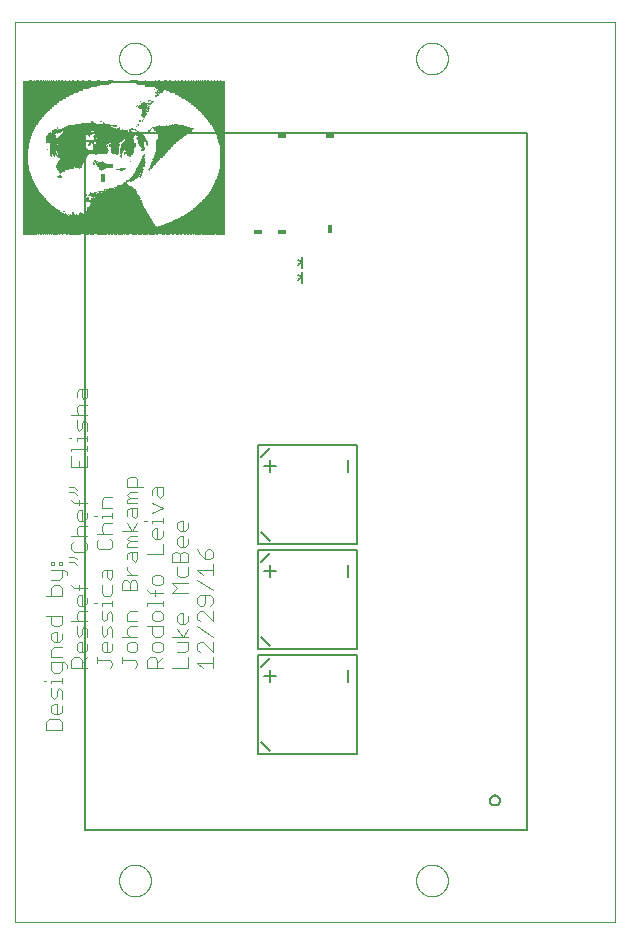
<source format=gto>
G75*
%MOIN*%
%OFA0B0*%
%FSLAX25Y25*%
%IPPOS*%
%LPD*%
%AMOC8*
5,1,8,0,0,1.08239X$1,22.5*
%
%ADD10C,0.00000*%
%ADD11R,0.00100X0.51200*%
%ADD12R,0.00100X0.23600*%
%ADD13R,0.00100X0.23100*%
%ADD14R,0.00100X0.22600*%
%ADD15R,0.00100X0.22200*%
%ADD16R,0.00100X0.22000*%
%ADD17R,0.00100X0.21900*%
%ADD18R,0.00100X0.21600*%
%ADD19R,0.00100X0.21200*%
%ADD20R,0.00100X0.21000*%
%ADD21R,0.00100X0.20900*%
%ADD22R,0.00100X0.20400*%
%ADD23R,0.00100X0.20500*%
%ADD24R,0.00100X0.20200*%
%ADD25R,0.00100X0.20000*%
%ADD26R,0.00100X0.19800*%
%ADD27R,0.00100X0.19600*%
%ADD28R,0.00100X0.19500*%
%ADD29R,0.00100X0.19400*%
%ADD30R,0.00100X0.19200*%
%ADD31R,0.00100X0.19100*%
%ADD32R,0.00100X0.19000*%
%ADD33R,0.00100X0.18700*%
%ADD34R,0.00100X0.18600*%
%ADD35R,0.00100X0.18300*%
%ADD36R,0.00100X0.18500*%
%ADD37R,0.00100X0.18200*%
%ADD38R,0.00100X0.17800*%
%ADD39R,0.00100X0.18000*%
%ADD40R,0.00100X0.17600*%
%ADD41R,0.00100X0.17300*%
%ADD42R,0.00100X0.17200*%
%ADD43R,0.00100X0.16900*%
%ADD44R,0.00100X0.17100*%
%ADD45R,0.00100X0.16800*%
%ADD46R,0.00100X0.16600*%
%ADD47R,0.00100X0.16400*%
%ADD48R,0.00100X0.16500*%
%ADD49R,0.00100X0.16200*%
%ADD50R,0.00100X0.16300*%
%ADD51R,0.00100X0.16000*%
%ADD52R,0.00100X0.15800*%
%ADD53R,0.00100X0.15900*%
%ADD54R,0.00100X0.15600*%
%ADD55R,0.00100X0.15400*%
%ADD56R,0.00100X0.15200*%
%ADD57R,0.00100X0.15000*%
%ADD58R,0.00100X0.15100*%
%ADD59R,0.00100X0.14900*%
%ADD60R,0.00100X0.14700*%
%ADD61R,0.00100X0.14600*%
%ADD62R,0.00100X0.14500*%
%ADD63R,0.00100X0.14300*%
%ADD64R,0.00100X0.14200*%
%ADD65R,0.00100X0.14100*%
%ADD66R,0.00100X0.14000*%
%ADD67R,0.00100X0.13900*%
%ADD68R,0.00100X0.13800*%
%ADD69R,0.00100X0.13600*%
%ADD70R,0.00100X0.13700*%
%ADD71R,0.00100X0.13500*%
%ADD72R,0.00100X0.13400*%
%ADD73R,0.00100X0.13200*%
%ADD74R,0.00100X0.13100*%
%ADD75R,0.00100X0.13000*%
%ADD76R,0.00100X0.12900*%
%ADD77R,0.00100X0.12800*%
%ADD78R,0.00100X0.12700*%
%ADD79R,0.00100X0.12600*%
%ADD80R,0.00100X0.12500*%
%ADD81R,0.00100X0.12400*%
%ADD82R,0.00100X0.12300*%
%ADD83R,0.00100X0.12200*%
%ADD84R,0.00100X0.12100*%
%ADD85R,0.00100X0.12000*%
%ADD86R,0.00100X0.11800*%
%ADD87R,0.00100X0.11700*%
%ADD88R,0.00100X0.11600*%
%ADD89R,0.00100X0.11500*%
%ADD90R,0.00100X0.11400*%
%ADD91R,0.00100X0.11300*%
%ADD92R,0.00100X0.11200*%
%ADD93R,0.00100X0.11000*%
%ADD94R,0.00100X0.10900*%
%ADD95R,0.00100X0.10800*%
%ADD96R,0.00100X0.10700*%
%ADD97R,0.00100X0.10600*%
%ADD98R,0.00100X0.10500*%
%ADD99R,0.00100X0.10400*%
%ADD100R,0.00100X0.10300*%
%ADD101R,0.00100X0.10200*%
%ADD102R,0.00100X0.10100*%
%ADD103R,0.00100X0.10000*%
%ADD104R,0.00100X0.09800*%
%ADD105R,0.00100X0.09900*%
%ADD106R,0.00100X0.09700*%
%ADD107R,0.00100X0.09500*%
%ADD108R,0.00100X0.09400*%
%ADD109R,0.00100X0.09600*%
%ADD110R,0.00100X0.09300*%
%ADD111R,0.00100X0.09100*%
%ADD112R,0.00100X0.09000*%
%ADD113R,0.00100X0.09200*%
%ADD114R,0.00100X0.08900*%
%ADD115R,0.00100X0.08800*%
%ADD116R,0.00100X0.08700*%
%ADD117R,0.00100X0.08600*%
%ADD118R,0.00100X0.08500*%
%ADD119R,0.00100X0.08400*%
%ADD120R,0.00100X0.08300*%
%ADD121R,0.00100X0.00300*%
%ADD122R,0.00100X0.08200*%
%ADD123R,0.00100X0.00400*%
%ADD124R,0.00100X0.08100*%
%ADD125R,0.00100X0.00500*%
%ADD126R,0.00100X0.00600*%
%ADD127R,0.00100X0.08000*%
%ADD128R,0.00100X0.00800*%
%ADD129R,0.00100X0.07900*%
%ADD130R,0.00100X0.07800*%
%ADD131R,0.00100X0.01100*%
%ADD132R,0.00100X0.07700*%
%ADD133R,0.00100X0.01200*%
%ADD134R,0.00100X0.07600*%
%ADD135R,0.00100X0.01300*%
%ADD136R,0.00100X0.07500*%
%ADD137R,0.00100X0.01500*%
%ADD138R,0.00100X0.07400*%
%ADD139R,0.00100X0.07300*%
%ADD140R,0.00100X0.01600*%
%ADD141R,0.00100X0.07200*%
%ADD142R,0.00100X0.01800*%
%ADD143R,0.00100X0.01900*%
%ADD144R,0.00100X0.07100*%
%ADD145R,0.00100X0.07000*%
%ADD146R,0.00100X0.02000*%
%ADD147R,0.00100X0.06900*%
%ADD148R,0.00100X0.02200*%
%ADD149R,0.00100X0.02300*%
%ADD150R,0.00100X0.06800*%
%ADD151R,0.00100X0.06700*%
%ADD152R,0.00100X0.02600*%
%ADD153R,0.00100X0.06600*%
%ADD154R,0.00100X0.02700*%
%ADD155R,0.00100X0.06500*%
%ADD156R,0.00100X0.02800*%
%ADD157R,0.00100X0.02900*%
%ADD158R,0.00100X0.06400*%
%ADD159R,0.00100X0.03100*%
%ADD160R,0.00100X0.06300*%
%ADD161R,0.00100X0.03200*%
%ADD162R,0.00100X0.06200*%
%ADD163R,0.00100X0.03300*%
%ADD164R,0.00100X0.06100*%
%ADD165R,0.00100X0.03400*%
%ADD166R,0.00100X0.06000*%
%ADD167R,0.00100X0.03600*%
%ADD168R,0.00100X0.03700*%
%ADD169R,0.00100X0.05900*%
%ADD170R,0.00100X0.03800*%
%ADD171R,0.00100X0.05800*%
%ADD172R,0.00100X0.03900*%
%ADD173R,0.00100X0.05700*%
%ADD174R,0.00100X0.04000*%
%ADD175R,0.00100X0.04100*%
%ADD176R,0.00100X0.05600*%
%ADD177R,0.00100X0.04200*%
%ADD178R,0.00100X0.05500*%
%ADD179R,0.00100X0.04400*%
%ADD180R,0.00100X0.05400*%
%ADD181R,0.00100X0.04500*%
%ADD182R,0.00100X0.04600*%
%ADD183R,0.00100X0.05300*%
%ADD184R,0.00100X0.04700*%
%ADD185R,0.00100X0.04800*%
%ADD186R,0.00100X0.05200*%
%ADD187R,0.00100X0.04900*%
%ADD188R,0.00100X0.05000*%
%ADD189R,0.00100X0.05100*%
%ADD190R,0.00100X0.04300*%
%ADD191R,0.00100X0.03500*%
%ADD192R,0.00100X0.03000*%
%ADD193R,0.00100X0.00200*%
%ADD194R,0.00100X0.00100*%
%ADD195R,0.00100X0.11100*%
%ADD196R,0.00100X0.00900*%
%ADD197R,0.00100X0.02100*%
%ADD198R,0.00100X0.01700*%
%ADD199R,0.00100X0.02500*%
%ADD200R,0.00100X0.02400*%
%ADD201R,0.00100X0.01400*%
%ADD202R,0.00100X0.00700*%
%ADD203R,0.00100X0.01000*%
%ADD204R,0.00100X0.13300*%
%ADD205R,0.00100X0.14800*%
%ADD206R,0.00100X0.15300*%
%ADD207R,0.00100X0.15700*%
%ADD208R,0.00100X0.16100*%
%ADD209R,0.00100X0.15500*%
%ADD210R,0.00100X0.16700*%
%ADD211R,0.00100X0.17000*%
%ADD212R,0.00100X0.14400*%
%ADD213R,0.00100X0.11900*%
%ADD214R,0.00100X0.17400*%
%ADD215R,0.00100X0.17700*%
%ADD216R,0.00100X0.17900*%
%ADD217R,0.00100X0.18100*%
%ADD218R,0.00100X0.18400*%
%ADD219R,0.00100X0.17500*%
%ADD220R,0.00100X0.18900*%
%ADD221R,0.00100X0.19700*%
%ADD222R,0.00100X0.20100*%
%ADD223R,0.00100X0.20800*%
%ADD224R,0.00100X0.21100*%
%ADD225R,0.00100X0.21400*%
%ADD226R,0.00100X0.22700*%
%ADD227R,0.00100X0.24300*%
%ADD228R,0.00100X0.23500*%
%ADD229C,0.00400*%
%ADD230C,0.00500*%
%ADD231C,0.00800*%
%ADD232R,0.01500X0.03000*%
%ADD233R,0.03000X0.01500*%
D10*
X0001800Y0006800D02*
X0001800Y0306800D01*
X0201800Y0306800D01*
X0201800Y0006800D01*
X0001800Y0006800D01*
X0036500Y0020800D02*
X0036502Y0020945D01*
X0036508Y0021091D01*
X0036518Y0021236D01*
X0036532Y0021381D01*
X0036550Y0021525D01*
X0036572Y0021669D01*
X0036597Y0021812D01*
X0036627Y0021954D01*
X0036661Y0022096D01*
X0036698Y0022236D01*
X0036740Y0022375D01*
X0036785Y0022514D01*
X0036834Y0022651D01*
X0036886Y0022786D01*
X0036943Y0022920D01*
X0037003Y0023053D01*
X0037066Y0023183D01*
X0037133Y0023312D01*
X0037204Y0023439D01*
X0037278Y0023565D01*
X0037356Y0023688D01*
X0037437Y0023808D01*
X0037521Y0023927D01*
X0037608Y0024043D01*
X0037699Y0024157D01*
X0037792Y0024268D01*
X0037889Y0024377D01*
X0037989Y0024483D01*
X0038091Y0024586D01*
X0038196Y0024686D01*
X0038304Y0024784D01*
X0038415Y0024878D01*
X0038528Y0024969D01*
X0038644Y0025058D01*
X0038762Y0025143D01*
X0038882Y0025224D01*
X0039004Y0025303D01*
X0039129Y0025378D01*
X0039256Y0025449D01*
X0039384Y0025517D01*
X0039514Y0025582D01*
X0039647Y0025643D01*
X0039780Y0025700D01*
X0039915Y0025754D01*
X0040052Y0025803D01*
X0040190Y0025850D01*
X0040329Y0025892D01*
X0040469Y0025930D01*
X0040611Y0025965D01*
X0040753Y0025995D01*
X0040896Y0026022D01*
X0041039Y0026045D01*
X0041183Y0026064D01*
X0041328Y0026079D01*
X0041473Y0026090D01*
X0041618Y0026097D01*
X0041764Y0026100D01*
X0041909Y0026099D01*
X0042054Y0026094D01*
X0042200Y0026085D01*
X0042344Y0026072D01*
X0042489Y0026055D01*
X0042633Y0026034D01*
X0042776Y0026009D01*
X0042919Y0025981D01*
X0043060Y0025948D01*
X0043201Y0025911D01*
X0043341Y0025871D01*
X0043479Y0025827D01*
X0043617Y0025779D01*
X0043752Y0025727D01*
X0043887Y0025672D01*
X0044020Y0025613D01*
X0044151Y0025550D01*
X0044280Y0025484D01*
X0044408Y0025414D01*
X0044534Y0025341D01*
X0044657Y0025264D01*
X0044778Y0025184D01*
X0044898Y0025101D01*
X0045014Y0025014D01*
X0045129Y0024924D01*
X0045241Y0024831D01*
X0045350Y0024735D01*
X0045457Y0024637D01*
X0045560Y0024535D01*
X0045662Y0024430D01*
X0045760Y0024323D01*
X0045855Y0024213D01*
X0045947Y0024100D01*
X0046036Y0023985D01*
X0046122Y0023868D01*
X0046204Y0023748D01*
X0046283Y0023626D01*
X0046359Y0023502D01*
X0046432Y0023376D01*
X0046501Y0023248D01*
X0046566Y0023118D01*
X0046628Y0022987D01*
X0046686Y0022853D01*
X0046741Y0022719D01*
X0046791Y0022582D01*
X0046838Y0022445D01*
X0046882Y0022306D01*
X0046921Y0022166D01*
X0046957Y0022025D01*
X0046988Y0021883D01*
X0047016Y0021740D01*
X0047040Y0021597D01*
X0047060Y0021453D01*
X0047076Y0021308D01*
X0047088Y0021163D01*
X0047096Y0021018D01*
X0047100Y0020873D01*
X0047100Y0020727D01*
X0047096Y0020582D01*
X0047088Y0020437D01*
X0047076Y0020292D01*
X0047060Y0020147D01*
X0047040Y0020003D01*
X0047016Y0019860D01*
X0046988Y0019717D01*
X0046957Y0019575D01*
X0046921Y0019434D01*
X0046882Y0019294D01*
X0046838Y0019155D01*
X0046791Y0019018D01*
X0046741Y0018881D01*
X0046686Y0018747D01*
X0046628Y0018613D01*
X0046566Y0018482D01*
X0046501Y0018352D01*
X0046432Y0018224D01*
X0046359Y0018098D01*
X0046283Y0017974D01*
X0046204Y0017852D01*
X0046122Y0017732D01*
X0046036Y0017615D01*
X0045947Y0017500D01*
X0045855Y0017387D01*
X0045760Y0017277D01*
X0045662Y0017170D01*
X0045560Y0017065D01*
X0045457Y0016963D01*
X0045350Y0016865D01*
X0045241Y0016769D01*
X0045129Y0016676D01*
X0045014Y0016586D01*
X0044898Y0016499D01*
X0044778Y0016416D01*
X0044657Y0016336D01*
X0044534Y0016259D01*
X0044408Y0016186D01*
X0044280Y0016116D01*
X0044151Y0016050D01*
X0044020Y0015987D01*
X0043887Y0015928D01*
X0043752Y0015873D01*
X0043617Y0015821D01*
X0043479Y0015773D01*
X0043341Y0015729D01*
X0043201Y0015689D01*
X0043060Y0015652D01*
X0042919Y0015619D01*
X0042776Y0015591D01*
X0042633Y0015566D01*
X0042489Y0015545D01*
X0042344Y0015528D01*
X0042200Y0015515D01*
X0042054Y0015506D01*
X0041909Y0015501D01*
X0041764Y0015500D01*
X0041618Y0015503D01*
X0041473Y0015510D01*
X0041328Y0015521D01*
X0041183Y0015536D01*
X0041039Y0015555D01*
X0040896Y0015578D01*
X0040753Y0015605D01*
X0040611Y0015635D01*
X0040469Y0015670D01*
X0040329Y0015708D01*
X0040190Y0015750D01*
X0040052Y0015797D01*
X0039915Y0015846D01*
X0039780Y0015900D01*
X0039647Y0015957D01*
X0039514Y0016018D01*
X0039384Y0016083D01*
X0039256Y0016151D01*
X0039129Y0016222D01*
X0039004Y0016297D01*
X0038882Y0016376D01*
X0038762Y0016457D01*
X0038644Y0016542D01*
X0038528Y0016631D01*
X0038415Y0016722D01*
X0038304Y0016816D01*
X0038196Y0016914D01*
X0038091Y0017014D01*
X0037989Y0017117D01*
X0037889Y0017223D01*
X0037792Y0017332D01*
X0037699Y0017443D01*
X0037608Y0017557D01*
X0037521Y0017673D01*
X0037437Y0017792D01*
X0037356Y0017912D01*
X0037278Y0018035D01*
X0037204Y0018161D01*
X0037133Y0018288D01*
X0037066Y0018417D01*
X0037003Y0018547D01*
X0036943Y0018680D01*
X0036886Y0018814D01*
X0036834Y0018949D01*
X0036785Y0019086D01*
X0036740Y0019225D01*
X0036698Y0019364D01*
X0036661Y0019504D01*
X0036627Y0019646D01*
X0036597Y0019788D01*
X0036572Y0019931D01*
X0036550Y0020075D01*
X0036532Y0020219D01*
X0036518Y0020364D01*
X0036508Y0020509D01*
X0036502Y0020655D01*
X0036500Y0020800D01*
X0135500Y0020800D02*
X0135502Y0020945D01*
X0135508Y0021091D01*
X0135518Y0021236D01*
X0135532Y0021381D01*
X0135550Y0021525D01*
X0135572Y0021669D01*
X0135597Y0021812D01*
X0135627Y0021954D01*
X0135661Y0022096D01*
X0135698Y0022236D01*
X0135740Y0022375D01*
X0135785Y0022514D01*
X0135834Y0022651D01*
X0135886Y0022786D01*
X0135943Y0022920D01*
X0136003Y0023053D01*
X0136066Y0023183D01*
X0136133Y0023312D01*
X0136204Y0023439D01*
X0136278Y0023565D01*
X0136356Y0023688D01*
X0136437Y0023808D01*
X0136521Y0023927D01*
X0136608Y0024043D01*
X0136699Y0024157D01*
X0136792Y0024268D01*
X0136889Y0024377D01*
X0136989Y0024483D01*
X0137091Y0024586D01*
X0137196Y0024686D01*
X0137304Y0024784D01*
X0137415Y0024878D01*
X0137528Y0024969D01*
X0137644Y0025058D01*
X0137762Y0025143D01*
X0137882Y0025224D01*
X0138004Y0025303D01*
X0138129Y0025378D01*
X0138256Y0025449D01*
X0138384Y0025517D01*
X0138514Y0025582D01*
X0138647Y0025643D01*
X0138780Y0025700D01*
X0138915Y0025754D01*
X0139052Y0025803D01*
X0139190Y0025850D01*
X0139329Y0025892D01*
X0139469Y0025930D01*
X0139611Y0025965D01*
X0139753Y0025995D01*
X0139896Y0026022D01*
X0140039Y0026045D01*
X0140183Y0026064D01*
X0140328Y0026079D01*
X0140473Y0026090D01*
X0140618Y0026097D01*
X0140764Y0026100D01*
X0140909Y0026099D01*
X0141054Y0026094D01*
X0141200Y0026085D01*
X0141344Y0026072D01*
X0141489Y0026055D01*
X0141633Y0026034D01*
X0141776Y0026009D01*
X0141919Y0025981D01*
X0142060Y0025948D01*
X0142201Y0025911D01*
X0142341Y0025871D01*
X0142479Y0025827D01*
X0142617Y0025779D01*
X0142752Y0025727D01*
X0142887Y0025672D01*
X0143020Y0025613D01*
X0143151Y0025550D01*
X0143280Y0025484D01*
X0143408Y0025414D01*
X0143534Y0025341D01*
X0143657Y0025264D01*
X0143778Y0025184D01*
X0143898Y0025101D01*
X0144014Y0025014D01*
X0144129Y0024924D01*
X0144241Y0024831D01*
X0144350Y0024735D01*
X0144457Y0024637D01*
X0144560Y0024535D01*
X0144662Y0024430D01*
X0144760Y0024323D01*
X0144855Y0024213D01*
X0144947Y0024100D01*
X0145036Y0023985D01*
X0145122Y0023868D01*
X0145204Y0023748D01*
X0145283Y0023626D01*
X0145359Y0023502D01*
X0145432Y0023376D01*
X0145501Y0023248D01*
X0145566Y0023118D01*
X0145628Y0022987D01*
X0145686Y0022853D01*
X0145741Y0022719D01*
X0145791Y0022582D01*
X0145838Y0022445D01*
X0145882Y0022306D01*
X0145921Y0022166D01*
X0145957Y0022025D01*
X0145988Y0021883D01*
X0146016Y0021740D01*
X0146040Y0021597D01*
X0146060Y0021453D01*
X0146076Y0021308D01*
X0146088Y0021163D01*
X0146096Y0021018D01*
X0146100Y0020873D01*
X0146100Y0020727D01*
X0146096Y0020582D01*
X0146088Y0020437D01*
X0146076Y0020292D01*
X0146060Y0020147D01*
X0146040Y0020003D01*
X0146016Y0019860D01*
X0145988Y0019717D01*
X0145957Y0019575D01*
X0145921Y0019434D01*
X0145882Y0019294D01*
X0145838Y0019155D01*
X0145791Y0019018D01*
X0145741Y0018881D01*
X0145686Y0018747D01*
X0145628Y0018613D01*
X0145566Y0018482D01*
X0145501Y0018352D01*
X0145432Y0018224D01*
X0145359Y0018098D01*
X0145283Y0017974D01*
X0145204Y0017852D01*
X0145122Y0017732D01*
X0145036Y0017615D01*
X0144947Y0017500D01*
X0144855Y0017387D01*
X0144760Y0017277D01*
X0144662Y0017170D01*
X0144560Y0017065D01*
X0144457Y0016963D01*
X0144350Y0016865D01*
X0144241Y0016769D01*
X0144129Y0016676D01*
X0144014Y0016586D01*
X0143898Y0016499D01*
X0143778Y0016416D01*
X0143657Y0016336D01*
X0143534Y0016259D01*
X0143408Y0016186D01*
X0143280Y0016116D01*
X0143151Y0016050D01*
X0143020Y0015987D01*
X0142887Y0015928D01*
X0142752Y0015873D01*
X0142617Y0015821D01*
X0142479Y0015773D01*
X0142341Y0015729D01*
X0142201Y0015689D01*
X0142060Y0015652D01*
X0141919Y0015619D01*
X0141776Y0015591D01*
X0141633Y0015566D01*
X0141489Y0015545D01*
X0141344Y0015528D01*
X0141200Y0015515D01*
X0141054Y0015506D01*
X0140909Y0015501D01*
X0140764Y0015500D01*
X0140618Y0015503D01*
X0140473Y0015510D01*
X0140328Y0015521D01*
X0140183Y0015536D01*
X0140039Y0015555D01*
X0139896Y0015578D01*
X0139753Y0015605D01*
X0139611Y0015635D01*
X0139469Y0015670D01*
X0139329Y0015708D01*
X0139190Y0015750D01*
X0139052Y0015797D01*
X0138915Y0015846D01*
X0138780Y0015900D01*
X0138647Y0015957D01*
X0138514Y0016018D01*
X0138384Y0016083D01*
X0138256Y0016151D01*
X0138129Y0016222D01*
X0138004Y0016297D01*
X0137882Y0016376D01*
X0137762Y0016457D01*
X0137644Y0016542D01*
X0137528Y0016631D01*
X0137415Y0016722D01*
X0137304Y0016816D01*
X0137196Y0016914D01*
X0137091Y0017014D01*
X0136989Y0017117D01*
X0136889Y0017223D01*
X0136792Y0017332D01*
X0136699Y0017443D01*
X0136608Y0017557D01*
X0136521Y0017673D01*
X0136437Y0017792D01*
X0136356Y0017912D01*
X0136278Y0018035D01*
X0136204Y0018161D01*
X0136133Y0018288D01*
X0136066Y0018417D01*
X0136003Y0018547D01*
X0135943Y0018680D01*
X0135886Y0018814D01*
X0135834Y0018949D01*
X0135785Y0019086D01*
X0135740Y0019225D01*
X0135698Y0019364D01*
X0135661Y0019504D01*
X0135627Y0019646D01*
X0135597Y0019788D01*
X0135572Y0019931D01*
X0135550Y0020075D01*
X0135532Y0020219D01*
X0135518Y0020364D01*
X0135508Y0020509D01*
X0135502Y0020655D01*
X0135500Y0020800D01*
X0135500Y0294800D02*
X0135502Y0294945D01*
X0135508Y0295091D01*
X0135518Y0295236D01*
X0135532Y0295381D01*
X0135550Y0295525D01*
X0135572Y0295669D01*
X0135597Y0295812D01*
X0135627Y0295954D01*
X0135661Y0296096D01*
X0135698Y0296236D01*
X0135740Y0296375D01*
X0135785Y0296514D01*
X0135834Y0296651D01*
X0135886Y0296786D01*
X0135943Y0296920D01*
X0136003Y0297053D01*
X0136066Y0297183D01*
X0136133Y0297312D01*
X0136204Y0297439D01*
X0136278Y0297565D01*
X0136356Y0297688D01*
X0136437Y0297808D01*
X0136521Y0297927D01*
X0136608Y0298043D01*
X0136699Y0298157D01*
X0136792Y0298268D01*
X0136889Y0298377D01*
X0136989Y0298483D01*
X0137091Y0298586D01*
X0137196Y0298686D01*
X0137304Y0298784D01*
X0137415Y0298878D01*
X0137528Y0298969D01*
X0137644Y0299058D01*
X0137762Y0299143D01*
X0137882Y0299224D01*
X0138004Y0299303D01*
X0138129Y0299378D01*
X0138256Y0299449D01*
X0138384Y0299517D01*
X0138514Y0299582D01*
X0138647Y0299643D01*
X0138780Y0299700D01*
X0138915Y0299754D01*
X0139052Y0299803D01*
X0139190Y0299850D01*
X0139329Y0299892D01*
X0139469Y0299930D01*
X0139611Y0299965D01*
X0139753Y0299995D01*
X0139896Y0300022D01*
X0140039Y0300045D01*
X0140183Y0300064D01*
X0140328Y0300079D01*
X0140473Y0300090D01*
X0140618Y0300097D01*
X0140764Y0300100D01*
X0140909Y0300099D01*
X0141054Y0300094D01*
X0141200Y0300085D01*
X0141344Y0300072D01*
X0141489Y0300055D01*
X0141633Y0300034D01*
X0141776Y0300009D01*
X0141919Y0299981D01*
X0142060Y0299948D01*
X0142201Y0299911D01*
X0142341Y0299871D01*
X0142479Y0299827D01*
X0142617Y0299779D01*
X0142752Y0299727D01*
X0142887Y0299672D01*
X0143020Y0299613D01*
X0143151Y0299550D01*
X0143280Y0299484D01*
X0143408Y0299414D01*
X0143534Y0299341D01*
X0143657Y0299264D01*
X0143778Y0299184D01*
X0143898Y0299101D01*
X0144014Y0299014D01*
X0144129Y0298924D01*
X0144241Y0298831D01*
X0144350Y0298735D01*
X0144457Y0298637D01*
X0144560Y0298535D01*
X0144662Y0298430D01*
X0144760Y0298323D01*
X0144855Y0298213D01*
X0144947Y0298100D01*
X0145036Y0297985D01*
X0145122Y0297868D01*
X0145204Y0297748D01*
X0145283Y0297626D01*
X0145359Y0297502D01*
X0145432Y0297376D01*
X0145501Y0297248D01*
X0145566Y0297118D01*
X0145628Y0296987D01*
X0145686Y0296853D01*
X0145741Y0296719D01*
X0145791Y0296582D01*
X0145838Y0296445D01*
X0145882Y0296306D01*
X0145921Y0296166D01*
X0145957Y0296025D01*
X0145988Y0295883D01*
X0146016Y0295740D01*
X0146040Y0295597D01*
X0146060Y0295453D01*
X0146076Y0295308D01*
X0146088Y0295163D01*
X0146096Y0295018D01*
X0146100Y0294873D01*
X0146100Y0294727D01*
X0146096Y0294582D01*
X0146088Y0294437D01*
X0146076Y0294292D01*
X0146060Y0294147D01*
X0146040Y0294003D01*
X0146016Y0293860D01*
X0145988Y0293717D01*
X0145957Y0293575D01*
X0145921Y0293434D01*
X0145882Y0293294D01*
X0145838Y0293155D01*
X0145791Y0293018D01*
X0145741Y0292881D01*
X0145686Y0292747D01*
X0145628Y0292613D01*
X0145566Y0292482D01*
X0145501Y0292352D01*
X0145432Y0292224D01*
X0145359Y0292098D01*
X0145283Y0291974D01*
X0145204Y0291852D01*
X0145122Y0291732D01*
X0145036Y0291615D01*
X0144947Y0291500D01*
X0144855Y0291387D01*
X0144760Y0291277D01*
X0144662Y0291170D01*
X0144560Y0291065D01*
X0144457Y0290963D01*
X0144350Y0290865D01*
X0144241Y0290769D01*
X0144129Y0290676D01*
X0144014Y0290586D01*
X0143898Y0290499D01*
X0143778Y0290416D01*
X0143657Y0290336D01*
X0143534Y0290259D01*
X0143408Y0290186D01*
X0143280Y0290116D01*
X0143151Y0290050D01*
X0143020Y0289987D01*
X0142887Y0289928D01*
X0142752Y0289873D01*
X0142617Y0289821D01*
X0142479Y0289773D01*
X0142341Y0289729D01*
X0142201Y0289689D01*
X0142060Y0289652D01*
X0141919Y0289619D01*
X0141776Y0289591D01*
X0141633Y0289566D01*
X0141489Y0289545D01*
X0141344Y0289528D01*
X0141200Y0289515D01*
X0141054Y0289506D01*
X0140909Y0289501D01*
X0140764Y0289500D01*
X0140618Y0289503D01*
X0140473Y0289510D01*
X0140328Y0289521D01*
X0140183Y0289536D01*
X0140039Y0289555D01*
X0139896Y0289578D01*
X0139753Y0289605D01*
X0139611Y0289635D01*
X0139469Y0289670D01*
X0139329Y0289708D01*
X0139190Y0289750D01*
X0139052Y0289797D01*
X0138915Y0289846D01*
X0138780Y0289900D01*
X0138647Y0289957D01*
X0138514Y0290018D01*
X0138384Y0290083D01*
X0138256Y0290151D01*
X0138129Y0290222D01*
X0138004Y0290297D01*
X0137882Y0290376D01*
X0137762Y0290457D01*
X0137644Y0290542D01*
X0137528Y0290631D01*
X0137415Y0290722D01*
X0137304Y0290816D01*
X0137196Y0290914D01*
X0137091Y0291014D01*
X0136989Y0291117D01*
X0136889Y0291223D01*
X0136792Y0291332D01*
X0136699Y0291443D01*
X0136608Y0291557D01*
X0136521Y0291673D01*
X0136437Y0291792D01*
X0136356Y0291912D01*
X0136278Y0292035D01*
X0136204Y0292161D01*
X0136133Y0292288D01*
X0136066Y0292417D01*
X0136003Y0292547D01*
X0135943Y0292680D01*
X0135886Y0292814D01*
X0135834Y0292949D01*
X0135785Y0293086D01*
X0135740Y0293225D01*
X0135698Y0293364D01*
X0135661Y0293504D01*
X0135627Y0293646D01*
X0135597Y0293788D01*
X0135572Y0293931D01*
X0135550Y0294075D01*
X0135532Y0294219D01*
X0135518Y0294364D01*
X0135508Y0294509D01*
X0135502Y0294655D01*
X0135500Y0294800D01*
X0036500Y0294800D02*
X0036502Y0294945D01*
X0036508Y0295091D01*
X0036518Y0295236D01*
X0036532Y0295381D01*
X0036550Y0295525D01*
X0036572Y0295669D01*
X0036597Y0295812D01*
X0036627Y0295954D01*
X0036661Y0296096D01*
X0036698Y0296236D01*
X0036740Y0296375D01*
X0036785Y0296514D01*
X0036834Y0296651D01*
X0036886Y0296786D01*
X0036943Y0296920D01*
X0037003Y0297053D01*
X0037066Y0297183D01*
X0037133Y0297312D01*
X0037204Y0297439D01*
X0037278Y0297565D01*
X0037356Y0297688D01*
X0037437Y0297808D01*
X0037521Y0297927D01*
X0037608Y0298043D01*
X0037699Y0298157D01*
X0037792Y0298268D01*
X0037889Y0298377D01*
X0037989Y0298483D01*
X0038091Y0298586D01*
X0038196Y0298686D01*
X0038304Y0298784D01*
X0038415Y0298878D01*
X0038528Y0298969D01*
X0038644Y0299058D01*
X0038762Y0299143D01*
X0038882Y0299224D01*
X0039004Y0299303D01*
X0039129Y0299378D01*
X0039256Y0299449D01*
X0039384Y0299517D01*
X0039514Y0299582D01*
X0039647Y0299643D01*
X0039780Y0299700D01*
X0039915Y0299754D01*
X0040052Y0299803D01*
X0040190Y0299850D01*
X0040329Y0299892D01*
X0040469Y0299930D01*
X0040611Y0299965D01*
X0040753Y0299995D01*
X0040896Y0300022D01*
X0041039Y0300045D01*
X0041183Y0300064D01*
X0041328Y0300079D01*
X0041473Y0300090D01*
X0041618Y0300097D01*
X0041764Y0300100D01*
X0041909Y0300099D01*
X0042054Y0300094D01*
X0042200Y0300085D01*
X0042344Y0300072D01*
X0042489Y0300055D01*
X0042633Y0300034D01*
X0042776Y0300009D01*
X0042919Y0299981D01*
X0043060Y0299948D01*
X0043201Y0299911D01*
X0043341Y0299871D01*
X0043479Y0299827D01*
X0043617Y0299779D01*
X0043752Y0299727D01*
X0043887Y0299672D01*
X0044020Y0299613D01*
X0044151Y0299550D01*
X0044280Y0299484D01*
X0044408Y0299414D01*
X0044534Y0299341D01*
X0044657Y0299264D01*
X0044778Y0299184D01*
X0044898Y0299101D01*
X0045014Y0299014D01*
X0045129Y0298924D01*
X0045241Y0298831D01*
X0045350Y0298735D01*
X0045457Y0298637D01*
X0045560Y0298535D01*
X0045662Y0298430D01*
X0045760Y0298323D01*
X0045855Y0298213D01*
X0045947Y0298100D01*
X0046036Y0297985D01*
X0046122Y0297868D01*
X0046204Y0297748D01*
X0046283Y0297626D01*
X0046359Y0297502D01*
X0046432Y0297376D01*
X0046501Y0297248D01*
X0046566Y0297118D01*
X0046628Y0296987D01*
X0046686Y0296853D01*
X0046741Y0296719D01*
X0046791Y0296582D01*
X0046838Y0296445D01*
X0046882Y0296306D01*
X0046921Y0296166D01*
X0046957Y0296025D01*
X0046988Y0295883D01*
X0047016Y0295740D01*
X0047040Y0295597D01*
X0047060Y0295453D01*
X0047076Y0295308D01*
X0047088Y0295163D01*
X0047096Y0295018D01*
X0047100Y0294873D01*
X0047100Y0294727D01*
X0047096Y0294582D01*
X0047088Y0294437D01*
X0047076Y0294292D01*
X0047060Y0294147D01*
X0047040Y0294003D01*
X0047016Y0293860D01*
X0046988Y0293717D01*
X0046957Y0293575D01*
X0046921Y0293434D01*
X0046882Y0293294D01*
X0046838Y0293155D01*
X0046791Y0293018D01*
X0046741Y0292881D01*
X0046686Y0292747D01*
X0046628Y0292613D01*
X0046566Y0292482D01*
X0046501Y0292352D01*
X0046432Y0292224D01*
X0046359Y0292098D01*
X0046283Y0291974D01*
X0046204Y0291852D01*
X0046122Y0291732D01*
X0046036Y0291615D01*
X0045947Y0291500D01*
X0045855Y0291387D01*
X0045760Y0291277D01*
X0045662Y0291170D01*
X0045560Y0291065D01*
X0045457Y0290963D01*
X0045350Y0290865D01*
X0045241Y0290769D01*
X0045129Y0290676D01*
X0045014Y0290586D01*
X0044898Y0290499D01*
X0044778Y0290416D01*
X0044657Y0290336D01*
X0044534Y0290259D01*
X0044408Y0290186D01*
X0044280Y0290116D01*
X0044151Y0290050D01*
X0044020Y0289987D01*
X0043887Y0289928D01*
X0043752Y0289873D01*
X0043617Y0289821D01*
X0043479Y0289773D01*
X0043341Y0289729D01*
X0043201Y0289689D01*
X0043060Y0289652D01*
X0042919Y0289619D01*
X0042776Y0289591D01*
X0042633Y0289566D01*
X0042489Y0289545D01*
X0042344Y0289528D01*
X0042200Y0289515D01*
X0042054Y0289506D01*
X0041909Y0289501D01*
X0041764Y0289500D01*
X0041618Y0289503D01*
X0041473Y0289510D01*
X0041328Y0289521D01*
X0041183Y0289536D01*
X0041039Y0289555D01*
X0040896Y0289578D01*
X0040753Y0289605D01*
X0040611Y0289635D01*
X0040469Y0289670D01*
X0040329Y0289708D01*
X0040190Y0289750D01*
X0040052Y0289797D01*
X0039915Y0289846D01*
X0039780Y0289900D01*
X0039647Y0289957D01*
X0039514Y0290018D01*
X0039384Y0290083D01*
X0039256Y0290151D01*
X0039129Y0290222D01*
X0039004Y0290297D01*
X0038882Y0290376D01*
X0038762Y0290457D01*
X0038644Y0290542D01*
X0038528Y0290631D01*
X0038415Y0290722D01*
X0038304Y0290816D01*
X0038196Y0290914D01*
X0038091Y0291014D01*
X0037989Y0291117D01*
X0037889Y0291223D01*
X0037792Y0291332D01*
X0037699Y0291443D01*
X0037608Y0291557D01*
X0037521Y0291673D01*
X0037437Y0291792D01*
X0037356Y0291912D01*
X0037278Y0292035D01*
X0037204Y0292161D01*
X0037133Y0292288D01*
X0037066Y0292417D01*
X0037003Y0292547D01*
X0036943Y0292680D01*
X0036886Y0292814D01*
X0036834Y0292949D01*
X0036785Y0293086D01*
X0036740Y0293225D01*
X0036698Y0293364D01*
X0036661Y0293504D01*
X0036627Y0293646D01*
X0036597Y0293788D01*
X0036572Y0293931D01*
X0036550Y0294075D01*
X0036532Y0294219D01*
X0036518Y0294364D01*
X0036508Y0294509D01*
X0036502Y0294655D01*
X0036500Y0294800D01*
D11*
X0006100Y0261750D03*
X0006000Y0261750D03*
X0005900Y0261750D03*
X0005800Y0261750D03*
X0005700Y0261750D03*
X0005600Y0261750D03*
X0005500Y0261750D03*
X0005400Y0261750D03*
X0005300Y0261750D03*
X0005200Y0261750D03*
X0005100Y0261750D03*
X0005000Y0261750D03*
X0004900Y0261750D03*
X0004800Y0261750D03*
X0070600Y0261750D03*
X0070700Y0261750D03*
X0070800Y0261750D03*
X0070900Y0261750D03*
X0071000Y0261750D03*
X0071100Y0261750D03*
X0071200Y0261750D03*
X0071300Y0261750D03*
X0071400Y0261750D03*
X0071500Y0261750D03*
X0071600Y0261750D03*
X0071700Y0261750D03*
D12*
X0070500Y0247950D03*
D13*
X0070400Y0247700D03*
X0070500Y0275800D03*
X0006300Y0247700D03*
D14*
X0006400Y0247450D03*
X0070400Y0276050D03*
D15*
X0070300Y0247250D03*
D16*
X0070300Y0276350D03*
X0006400Y0276350D03*
X0006500Y0247150D03*
D17*
X0070200Y0247100D03*
D18*
X0070200Y0276550D03*
X0006600Y0246950D03*
D19*
X0070100Y0246750D03*
X0070100Y0276750D03*
D20*
X0070000Y0246650D03*
D21*
X0070000Y0276900D03*
X0006600Y0276900D03*
D22*
X0006900Y0246350D03*
X0007000Y0246350D03*
X0069900Y0246350D03*
D23*
X0069900Y0277100D03*
X0006700Y0277100D03*
D24*
X0069800Y0246250D03*
D25*
X0069800Y0277350D03*
X0006800Y0277350D03*
D26*
X0069700Y0246050D03*
D27*
X0069700Y0277550D03*
D28*
X0069600Y0245900D03*
X0007000Y0277600D03*
D29*
X0007300Y0245850D03*
X0069500Y0245850D03*
X0069600Y0277650D03*
D30*
X0069500Y0277750D03*
X0007400Y0245750D03*
D31*
X0069400Y0245700D03*
D32*
X0069300Y0245650D03*
X0069400Y0277850D03*
X0007100Y0277850D03*
D33*
X0007200Y0278000D03*
X0069300Y0278000D03*
D34*
X0069200Y0245450D03*
X0007600Y0245450D03*
D35*
X0069200Y0278200D03*
D36*
X0069100Y0245400D03*
D37*
X0069000Y0245250D03*
X0069100Y0278250D03*
X0007400Y0278250D03*
D38*
X0007600Y0278450D03*
X0069000Y0278450D03*
D39*
X0068900Y0245150D03*
X0007500Y0278350D03*
D40*
X0068900Y0278550D03*
X0068800Y0244950D03*
X0068700Y0244950D03*
D41*
X0068800Y0278700D03*
X0007800Y0278700D03*
X0008200Y0244800D03*
D42*
X0008300Y0244750D03*
X0007900Y0278750D03*
X0068700Y0278750D03*
X0068600Y0244750D03*
D43*
X0068400Y0244600D03*
X0068600Y0278900D03*
X0039200Y0244600D03*
X0038800Y0244600D03*
X0038700Y0244600D03*
X0038600Y0244600D03*
X0038100Y0244600D03*
X0038000Y0244600D03*
X0008400Y0244600D03*
X0008000Y0278900D03*
D44*
X0038500Y0244700D03*
X0068500Y0244700D03*
D45*
X0068300Y0244550D03*
X0068500Y0278950D03*
X0039300Y0244550D03*
X0008500Y0244550D03*
D46*
X0008100Y0279050D03*
X0037500Y0244450D03*
X0037600Y0244450D03*
X0037700Y0244450D03*
X0039100Y0244450D03*
X0039500Y0244450D03*
X0068400Y0279050D03*
D47*
X0068300Y0279150D03*
X0039700Y0244350D03*
X0037000Y0244350D03*
X0008700Y0244350D03*
D48*
X0008600Y0244400D03*
X0008200Y0279100D03*
X0037100Y0244400D03*
X0037200Y0244400D03*
X0037300Y0244400D03*
X0037400Y0244400D03*
X0039600Y0244400D03*
X0068200Y0244400D03*
D49*
X0068200Y0279250D03*
X0039900Y0244250D03*
X0039800Y0244250D03*
X0008800Y0244250D03*
D50*
X0008300Y0279200D03*
X0036900Y0244300D03*
X0068100Y0244300D03*
D51*
X0068000Y0244150D03*
X0068100Y0279350D03*
X0040900Y0244150D03*
X0040800Y0244150D03*
X0008500Y0279350D03*
D52*
X0041000Y0244050D03*
X0041100Y0244050D03*
X0068000Y0279450D03*
D53*
X0067900Y0244100D03*
X0009000Y0244100D03*
D54*
X0008700Y0279550D03*
X0035500Y0243950D03*
X0035600Y0243950D03*
X0036200Y0243950D03*
X0041300Y0243950D03*
X0067800Y0243950D03*
X0067900Y0279550D03*
D55*
X0067800Y0279650D03*
X0067700Y0243850D03*
X0041400Y0243850D03*
X0040600Y0243850D03*
X0034100Y0243850D03*
X0034000Y0243850D03*
X0033900Y0243850D03*
X0033800Y0243850D03*
X0033700Y0243850D03*
X0033600Y0243850D03*
X0009300Y0243850D03*
D56*
X0008900Y0279750D03*
X0033400Y0243750D03*
X0033500Y0243750D03*
X0034200Y0243750D03*
X0034300Y0243750D03*
X0035000Y0243750D03*
X0035100Y0243750D03*
X0035300Y0243750D03*
X0035400Y0243750D03*
X0036500Y0243750D03*
X0036600Y0243750D03*
X0036700Y0243750D03*
X0041600Y0243750D03*
X0067600Y0243750D03*
X0067700Y0279750D03*
D57*
X0067600Y0279850D03*
X0041800Y0243650D03*
X0032900Y0243650D03*
X0032800Y0243650D03*
X0032700Y0243650D03*
X0032600Y0243650D03*
X0009500Y0243650D03*
X0009000Y0279850D03*
D58*
X0033000Y0243700D03*
X0033100Y0243700D03*
X0033200Y0243700D03*
X0033300Y0243700D03*
X0035200Y0243700D03*
X0035900Y0243700D03*
X0036800Y0243700D03*
X0067500Y0243700D03*
D59*
X0067400Y0243600D03*
X0067500Y0279900D03*
X0041900Y0243600D03*
X0036100Y0243600D03*
X0036000Y0243600D03*
X0009600Y0243600D03*
D60*
X0018300Y0264300D03*
X0009200Y0280000D03*
X0067400Y0280000D03*
X0067300Y0243500D03*
D61*
X0067200Y0243450D03*
X0067300Y0280050D03*
X0023900Y0265750D03*
X0019900Y0265150D03*
X0018400Y0264550D03*
X0009300Y0280050D03*
X0009800Y0243450D03*
D62*
X0019400Y0265000D03*
X0019500Y0265000D03*
X0019700Y0265100D03*
X0019800Y0265100D03*
X0031800Y0243400D03*
X0032000Y0243400D03*
X0032100Y0243400D03*
X0032200Y0243400D03*
X0032300Y0243400D03*
X0032400Y0243400D03*
X0041700Y0243400D03*
X0067200Y0280100D03*
D63*
X0067100Y0280200D03*
X0067100Y0243300D03*
X0031900Y0243300D03*
X0023700Y0265700D03*
X0023000Y0265600D03*
X0022900Y0265600D03*
X0022800Y0265600D03*
X0022100Y0265600D03*
X0021400Y0265500D03*
X0020300Y0265400D03*
X0020100Y0265300D03*
X0010000Y0243300D03*
D64*
X0018100Y0264350D03*
X0018800Y0264850D03*
X0020200Y0265350D03*
X0020800Y0265450D03*
X0020900Y0265450D03*
X0021100Y0265450D03*
X0021800Y0265650D03*
X0021900Y0265650D03*
X0022000Y0265650D03*
X0009500Y0280250D03*
X0030400Y0243250D03*
X0030500Y0243250D03*
X0030600Y0243250D03*
X0042000Y0243250D03*
X0067000Y0243250D03*
X0067000Y0280250D03*
D65*
X0066900Y0243200D03*
X0023400Y0265700D03*
X0023300Y0265700D03*
X0023200Y0265700D03*
X0021700Y0265600D03*
X0021600Y0265600D03*
X0021000Y0265500D03*
X0009600Y0280300D03*
X0010100Y0243200D03*
D66*
X0010200Y0243150D03*
X0024200Y0266150D03*
X0024300Y0266150D03*
X0009700Y0280350D03*
X0042400Y0243150D03*
X0066800Y0243150D03*
X0066900Y0280350D03*
D67*
X0066800Y0280400D03*
X0031300Y0243100D03*
X0031200Y0243100D03*
X0031000Y0243100D03*
X0030900Y0243100D03*
X0030800Y0243100D03*
X0030700Y0243100D03*
X0029800Y0243100D03*
X0029500Y0243100D03*
X0029400Y0243100D03*
X0029300Y0243100D03*
X0024400Y0266200D03*
X0010300Y0243100D03*
D68*
X0010400Y0243050D03*
X0029600Y0243050D03*
X0029700Y0243050D03*
X0042200Y0243050D03*
X0042300Y0243050D03*
X0066700Y0243050D03*
X0066700Y0280450D03*
X0009800Y0280450D03*
D69*
X0010000Y0280550D03*
X0018500Y0264150D03*
X0019600Y0264550D03*
X0010600Y0242950D03*
X0066600Y0242950D03*
D70*
X0042500Y0243000D03*
X0030300Y0243000D03*
X0030200Y0243000D03*
X0030100Y0243000D03*
X0030000Y0243000D03*
X0029900Y0243000D03*
X0010500Y0243000D03*
X0009900Y0280500D03*
X0066600Y0280500D03*
D71*
X0066500Y0280600D03*
X0066500Y0242900D03*
X0042600Y0242900D03*
X0029100Y0242900D03*
X0029000Y0242900D03*
X0028900Y0242900D03*
X0010700Y0242900D03*
D72*
X0024500Y0266450D03*
X0010100Y0280650D03*
X0029200Y0242850D03*
X0042700Y0242850D03*
X0042800Y0242850D03*
X0066400Y0242850D03*
X0066400Y0280650D03*
D73*
X0066300Y0280750D03*
X0066300Y0242750D03*
X0031100Y0242750D03*
X0018900Y0264350D03*
X0018700Y0264350D03*
X0024600Y0266550D03*
X0010900Y0242750D03*
D74*
X0024700Y0266600D03*
X0010400Y0280800D03*
X0010300Y0280800D03*
X0043000Y0242700D03*
X0043100Y0242700D03*
X0066100Y0242700D03*
X0066200Y0242700D03*
X0066200Y0280800D03*
D75*
X0066100Y0280850D03*
X0043200Y0242650D03*
X0018000Y0263750D03*
X0010500Y0280850D03*
X0011000Y0242650D03*
D76*
X0011100Y0242600D03*
X0017700Y0263400D03*
X0024800Y0266700D03*
X0024900Y0266700D03*
X0066000Y0242600D03*
D77*
X0065900Y0242550D03*
X0043400Y0242550D03*
X0043300Y0242550D03*
X0025000Y0266850D03*
X0017900Y0263650D03*
X0017800Y0263550D03*
X0010600Y0280950D03*
X0011200Y0242550D03*
X0065900Y0280950D03*
X0066000Y0280950D03*
D78*
X0065800Y0242500D03*
X0017600Y0263300D03*
X0017300Y0263100D03*
X0017200Y0263000D03*
X0011300Y0242500D03*
D79*
X0011400Y0242450D03*
X0017500Y0263250D03*
X0010700Y0281050D03*
X0043500Y0242450D03*
X0065700Y0242450D03*
X0065800Y0281050D03*
D80*
X0065700Y0281100D03*
X0017400Y0263200D03*
X0010800Y0281100D03*
X0011500Y0242400D03*
D81*
X0011600Y0242350D03*
X0010900Y0281150D03*
X0065600Y0281150D03*
X0065600Y0242350D03*
D82*
X0065500Y0242300D03*
X0043600Y0242300D03*
X0028700Y0242300D03*
X0028600Y0242300D03*
X0028500Y0242300D03*
X0028400Y0242300D03*
X0011000Y0281200D03*
D83*
X0011700Y0242250D03*
X0065500Y0281250D03*
D84*
X0065400Y0281300D03*
X0065400Y0242200D03*
X0028800Y0242200D03*
X0028300Y0242200D03*
X0027500Y0242200D03*
X0011800Y0242200D03*
X0011100Y0281300D03*
D85*
X0011200Y0281350D03*
X0011900Y0242150D03*
X0012000Y0242150D03*
X0028100Y0242150D03*
X0065300Y0242150D03*
X0065300Y0281350D03*
D86*
X0065200Y0281450D03*
X0065200Y0242050D03*
X0065100Y0242050D03*
X0027400Y0242050D03*
X0012100Y0242050D03*
X0011400Y0281450D03*
D87*
X0011500Y0281500D03*
X0017100Y0263300D03*
X0012200Y0242000D03*
X0064900Y0242000D03*
X0065000Y0242000D03*
X0065100Y0281500D03*
D88*
X0065000Y0281550D03*
X0011600Y0281550D03*
X0012300Y0241950D03*
D89*
X0012400Y0241900D03*
X0011700Y0281600D03*
X0064900Y0281600D03*
X0064800Y0241900D03*
X0064700Y0241900D03*
D90*
X0064600Y0241850D03*
X0049800Y0266550D03*
X0064800Y0281650D03*
X0043800Y0241850D03*
X0043700Y0241850D03*
X0027300Y0241850D03*
X0012600Y0241850D03*
X0012500Y0241850D03*
D91*
X0011800Y0281700D03*
X0049900Y0266600D03*
X0064700Y0281700D03*
X0064500Y0241800D03*
D92*
X0064400Y0241750D03*
X0050100Y0266750D03*
X0050000Y0266750D03*
X0064600Y0281750D03*
X0012800Y0241750D03*
X0012700Y0241750D03*
X0011900Y0281750D03*
D93*
X0012100Y0281850D03*
X0012900Y0241650D03*
X0064300Y0241650D03*
X0064500Y0281850D03*
D94*
X0064400Y0281900D03*
X0050300Y0266800D03*
X0064200Y0241600D03*
X0013000Y0241600D03*
X0012200Y0281900D03*
D95*
X0012300Y0281950D03*
X0013100Y0241550D03*
X0050400Y0266850D03*
X0064300Y0281950D03*
X0064100Y0241550D03*
D96*
X0064000Y0241500D03*
X0063900Y0241500D03*
X0050700Y0266900D03*
X0050600Y0266900D03*
X0050500Y0266900D03*
X0064200Y0282000D03*
X0013200Y0241500D03*
X0012400Y0282000D03*
D97*
X0012500Y0282050D03*
X0013300Y0241450D03*
X0043900Y0241450D03*
X0050800Y0266950D03*
X0064100Y0282050D03*
X0063800Y0241450D03*
D98*
X0063700Y0241400D03*
X0064000Y0282100D03*
X0012600Y0282100D03*
X0013400Y0241400D03*
D99*
X0013500Y0241350D03*
X0012700Y0282150D03*
X0050900Y0267050D03*
X0051000Y0267050D03*
X0063900Y0282150D03*
X0063600Y0241350D03*
D100*
X0063500Y0241300D03*
X0051100Y0267100D03*
X0063800Y0282200D03*
X0012800Y0282200D03*
X0013600Y0241300D03*
X0013700Y0241300D03*
D101*
X0013800Y0241250D03*
X0029500Y0267850D03*
X0012900Y0282250D03*
X0044500Y0241250D03*
X0063400Y0241250D03*
X0063600Y0282250D03*
X0063700Y0282250D03*
D102*
X0063500Y0282300D03*
X0051200Y0267100D03*
X0063300Y0241200D03*
X0031700Y0268200D03*
X0031600Y0268200D03*
X0030300Y0267800D03*
X0030200Y0267800D03*
X0030100Y0267800D03*
X0029700Y0267800D03*
X0029600Y0267800D03*
X0029400Y0267800D03*
X0029300Y0267800D03*
X0013000Y0282300D03*
D103*
X0013100Y0282350D03*
X0029800Y0267850D03*
X0029900Y0267850D03*
X0030000Y0267850D03*
X0030600Y0267850D03*
X0044600Y0241150D03*
X0051300Y0267150D03*
X0063400Y0282350D03*
X0063200Y0241150D03*
X0013900Y0241150D03*
D104*
X0014100Y0241050D03*
X0014200Y0241050D03*
X0030900Y0267950D03*
X0031000Y0267950D03*
X0031100Y0267950D03*
X0031200Y0267950D03*
X0031400Y0268050D03*
X0051600Y0267350D03*
X0063200Y0282450D03*
X0063300Y0282450D03*
X0063000Y0241050D03*
X0013300Y0282450D03*
D105*
X0013200Y0282400D03*
X0030700Y0267900D03*
X0030800Y0267900D03*
X0031500Y0268000D03*
X0051400Y0267200D03*
X0051500Y0267300D03*
X0044200Y0241100D03*
X0063100Y0241100D03*
X0014000Y0241100D03*
D106*
X0013400Y0282500D03*
X0051700Y0267400D03*
X0063100Y0282500D03*
X0062900Y0241000D03*
D107*
X0062600Y0240900D03*
X0051800Y0267500D03*
X0063000Y0282600D03*
X0027800Y0240900D03*
X0014500Y0240900D03*
X0014400Y0240900D03*
X0013700Y0282600D03*
X0013600Y0282600D03*
D108*
X0013800Y0282650D03*
X0014600Y0240850D03*
X0027700Y0240850D03*
X0051900Y0267550D03*
X0052000Y0267650D03*
X0062800Y0282650D03*
X0062900Y0282650D03*
X0062500Y0240850D03*
D109*
X0062700Y0240950D03*
X0062800Y0240950D03*
X0044400Y0240950D03*
X0044300Y0240950D03*
X0028000Y0240950D03*
X0026800Y0240950D03*
X0026700Y0240950D03*
X0014300Y0240950D03*
X0013500Y0282550D03*
D110*
X0030400Y0267500D03*
X0030500Y0267500D03*
X0027600Y0240800D03*
X0027200Y0240800D03*
X0014700Y0240800D03*
X0052100Y0267700D03*
X0062600Y0282700D03*
X0062700Y0282700D03*
X0062400Y0240800D03*
D111*
X0062200Y0240700D03*
X0052300Y0267800D03*
X0062500Y0282800D03*
X0026500Y0240700D03*
X0026400Y0240700D03*
X0015100Y0240700D03*
X0015000Y0240700D03*
X0015000Y0266500D03*
X0014100Y0282800D03*
D112*
X0014200Y0282850D03*
X0036000Y0266950D03*
X0052400Y0267850D03*
X0062300Y0282850D03*
X0062400Y0282850D03*
X0062100Y0240650D03*
X0015200Y0240650D03*
D113*
X0014900Y0240750D03*
X0014800Y0240750D03*
X0026600Y0240750D03*
X0052200Y0267750D03*
X0062300Y0240750D03*
X0014000Y0282750D03*
X0013900Y0282750D03*
D114*
X0014300Y0282900D03*
X0014900Y0266600D03*
X0031300Y0267600D03*
X0036100Y0267000D03*
X0052500Y0267900D03*
X0062200Y0282900D03*
X0062000Y0240600D03*
X0015300Y0240600D03*
D115*
X0015400Y0240550D03*
X0034700Y0267250D03*
X0034800Y0267250D03*
X0034900Y0267150D03*
X0035000Y0267150D03*
X0035600Y0267150D03*
X0035900Y0266850D03*
X0014400Y0282950D03*
X0062100Y0282950D03*
X0061900Y0240550D03*
X0061800Y0240550D03*
D116*
X0061700Y0240500D03*
X0061600Y0240500D03*
X0044000Y0240500D03*
X0036200Y0267000D03*
X0035800Y0266900D03*
X0035500Y0267200D03*
X0035400Y0267200D03*
X0052600Y0268000D03*
X0052700Y0268000D03*
X0062000Y0283000D03*
X0026900Y0240500D03*
X0015500Y0240500D03*
X0014500Y0283000D03*
D117*
X0014600Y0283050D03*
X0014700Y0283050D03*
X0035300Y0267250D03*
X0035700Y0266950D03*
X0040100Y0266350D03*
X0052800Y0268050D03*
X0061900Y0283050D03*
X0061500Y0240450D03*
X0015700Y0240450D03*
X0015600Y0240450D03*
D118*
X0015800Y0240400D03*
X0015900Y0240400D03*
X0027000Y0240400D03*
X0027900Y0240400D03*
X0034600Y0267400D03*
X0040000Y0266400D03*
X0040200Y0266200D03*
X0052900Y0268100D03*
X0061700Y0283100D03*
X0061800Y0283100D03*
X0061400Y0240400D03*
X0014800Y0283100D03*
D119*
X0014900Y0283150D03*
X0031800Y0267250D03*
X0031900Y0267150D03*
X0034200Y0267650D03*
X0035100Y0267350D03*
X0040300Y0266150D03*
X0040400Y0266150D03*
X0040500Y0266150D03*
X0061600Y0283150D03*
X0061300Y0240350D03*
X0016000Y0240350D03*
D120*
X0016100Y0240300D03*
X0016200Y0240300D03*
X0034100Y0267700D03*
X0035200Y0267400D03*
X0039900Y0266400D03*
X0053000Y0268200D03*
X0061400Y0283200D03*
X0061500Y0283200D03*
X0061200Y0240300D03*
X0015000Y0283200D03*
D121*
X0015800Y0270100D03*
X0015600Y0269900D03*
X0015100Y0262500D03*
X0016300Y0255200D03*
X0021000Y0243200D03*
X0021400Y0242600D03*
X0021500Y0242600D03*
X0025600Y0248300D03*
X0026400Y0248300D03*
X0026900Y0249300D03*
X0025500Y0249600D03*
X0029000Y0249900D03*
X0029100Y0249900D03*
X0029200Y0249900D03*
X0030100Y0250200D03*
X0030900Y0250400D03*
X0031000Y0250400D03*
X0031100Y0250400D03*
X0031300Y0250400D03*
X0036100Y0252200D03*
X0036400Y0252300D03*
X0036500Y0251700D03*
X0038900Y0253400D03*
X0039300Y0253800D03*
X0036800Y0257600D03*
X0036700Y0257600D03*
X0036600Y0257600D03*
X0036500Y0257600D03*
X0036400Y0257600D03*
X0036300Y0257600D03*
X0036200Y0257600D03*
X0036100Y0257600D03*
X0036000Y0257600D03*
X0036900Y0257700D03*
X0040400Y0260300D03*
X0040500Y0260300D03*
X0040600Y0262100D03*
X0038800Y0264300D03*
X0038700Y0264300D03*
X0043000Y0267200D03*
X0042400Y0270000D03*
X0042300Y0270000D03*
X0042400Y0270600D03*
X0042500Y0270600D03*
X0042300Y0270700D03*
X0042100Y0270900D03*
X0042000Y0270900D03*
X0043000Y0270200D03*
X0041000Y0270100D03*
X0040700Y0270200D03*
X0040500Y0271000D03*
X0040400Y0271000D03*
X0040600Y0271100D03*
X0043000Y0272500D03*
X0044600Y0274100D03*
X0044100Y0276000D03*
X0044000Y0276000D03*
X0045600Y0276500D03*
X0045700Y0276300D03*
X0046300Y0277000D03*
X0045500Y0277600D03*
X0046400Y0278700D03*
X0045900Y0279500D03*
X0044700Y0279500D03*
X0044200Y0279500D03*
X0044000Y0279500D03*
X0043100Y0278700D03*
X0042900Y0278800D03*
X0047200Y0280500D03*
X0047700Y0280000D03*
X0049000Y0283200D03*
X0049300Y0283600D03*
X0049900Y0283900D03*
X0050400Y0283400D03*
X0050600Y0283500D03*
X0050700Y0283500D03*
X0048000Y0271600D03*
X0046000Y0269900D03*
X0045100Y0265100D03*
X0044800Y0264000D03*
X0045300Y0260100D03*
X0043700Y0255300D03*
X0043600Y0255300D03*
X0042000Y0250900D03*
X0045100Y0243000D03*
X0047000Y0241400D03*
X0032700Y0264600D03*
X0033400Y0265800D03*
X0031900Y0271900D03*
X0031500Y0273200D03*
X0033300Y0272500D03*
X0034000Y0272300D03*
X0034500Y0272300D03*
X0034600Y0272300D03*
X0035900Y0272400D03*
X0028300Y0268500D03*
X0026600Y0269000D03*
X0027100Y0270300D03*
X0025800Y0262100D03*
X0023300Y0258300D03*
X0023200Y0258300D03*
X0027100Y0244300D03*
X0061300Y0271300D03*
D122*
X0053200Y0268350D03*
X0053100Y0268350D03*
X0061300Y0283250D03*
X0039800Y0266350D03*
X0039700Y0266450D03*
X0039600Y0266450D03*
X0061100Y0240250D03*
X0016300Y0240250D03*
X0015200Y0283250D03*
X0015100Y0283250D03*
D123*
X0013100Y0269550D03*
X0016600Y0262250D03*
X0017000Y0256750D03*
X0016800Y0255650D03*
X0016700Y0255350D03*
X0016600Y0255250D03*
X0017400Y0255250D03*
X0025800Y0249450D03*
X0026700Y0249150D03*
X0027000Y0249350D03*
X0027100Y0249350D03*
X0028300Y0248950D03*
X0030200Y0250150D03*
X0030300Y0250150D03*
X0031200Y0250450D03*
X0036200Y0252250D03*
X0036300Y0252250D03*
X0036500Y0252250D03*
X0039400Y0253850D03*
X0039500Y0253850D03*
X0039600Y0253950D03*
X0040300Y0253950D03*
X0040400Y0253950D03*
X0040400Y0254650D03*
X0041500Y0255950D03*
X0038500Y0257850D03*
X0038400Y0257850D03*
X0038200Y0257850D03*
X0037700Y0257750D03*
X0037600Y0257750D03*
X0037500Y0257750D03*
X0037400Y0257750D03*
X0037100Y0257750D03*
X0037000Y0257750D03*
X0034500Y0259150D03*
X0037600Y0262850D03*
X0036700Y0265850D03*
X0033500Y0265750D03*
X0033100Y0271850D03*
X0033400Y0272350D03*
X0033500Y0272350D03*
X0033200Y0272450D03*
X0032100Y0271850D03*
X0032000Y0271850D03*
X0034700Y0272350D03*
X0040200Y0270950D03*
X0040300Y0271050D03*
X0042200Y0270050D03*
X0042200Y0269550D03*
X0042300Y0269550D03*
X0043100Y0269750D03*
X0042700Y0268050D03*
X0043600Y0273850D03*
X0044500Y0274050D03*
X0044200Y0275950D03*
X0044900Y0276550D03*
X0044400Y0277350D03*
X0045900Y0277350D03*
X0046400Y0277750D03*
X0046400Y0279550D03*
X0046500Y0279550D03*
X0046600Y0279550D03*
X0046900Y0279650D03*
X0047000Y0279650D03*
X0047100Y0279650D03*
X0047600Y0279950D03*
X0047300Y0280450D03*
X0046400Y0280650D03*
X0044900Y0279850D03*
X0044800Y0279850D03*
X0043000Y0278750D03*
X0047000Y0270950D03*
X0047100Y0270950D03*
X0048100Y0271550D03*
X0044100Y0264350D03*
X0045000Y0262450D03*
X0044900Y0262350D03*
X0045000Y0261150D03*
X0046800Y0257850D03*
X0046700Y0257750D03*
X0042300Y0250350D03*
X0040500Y0252050D03*
X0044000Y0247150D03*
X0044000Y0245150D03*
X0045300Y0244350D03*
X0045200Y0243750D03*
X0045100Y0243750D03*
X0044800Y0243650D03*
X0045200Y0243150D03*
X0045700Y0243550D03*
X0045800Y0243550D03*
X0041500Y0264350D03*
X0028700Y0265950D03*
X0028600Y0265950D03*
X0028100Y0265250D03*
X0028000Y0265250D03*
X0028100Y0259750D03*
X0025800Y0247350D03*
X0025700Y0247350D03*
X0025600Y0247350D03*
X0023700Y0243050D03*
X0021300Y0242650D03*
X0021100Y0243150D03*
X0049500Y0282650D03*
X0049700Y0282750D03*
X0049300Y0283150D03*
X0061200Y0271250D03*
D124*
X0053300Y0268400D03*
X0061100Y0283300D03*
X0061200Y0283300D03*
X0039500Y0266500D03*
X0060900Y0240200D03*
X0061000Y0240200D03*
X0016500Y0240200D03*
X0016400Y0240200D03*
X0014100Y0266100D03*
X0014700Y0266900D03*
X0014800Y0266900D03*
X0015300Y0283300D03*
D125*
X0015500Y0270000D03*
X0013800Y0262800D03*
X0017000Y0255600D03*
X0017100Y0255500D03*
X0017200Y0255400D03*
X0017300Y0255300D03*
X0016500Y0255200D03*
X0016400Y0255200D03*
X0023400Y0258300D03*
X0028300Y0249500D03*
X0027200Y0246000D03*
X0021800Y0242500D03*
X0036600Y0252200D03*
X0036700Y0252200D03*
X0039700Y0254000D03*
X0041100Y0255400D03*
X0040400Y0252000D03*
X0042200Y0250400D03*
X0043800Y0255400D03*
X0044000Y0255800D03*
X0044200Y0256300D03*
X0044500Y0257200D03*
X0045200Y0260200D03*
X0044700Y0262100D03*
X0044800Y0262200D03*
X0042200Y0266000D03*
X0042800Y0268100D03*
X0043700Y0273900D03*
X0044900Y0275500D03*
X0044300Y0275900D03*
X0044800Y0276500D03*
X0045800Y0276200D03*
X0046200Y0278100D03*
X0046700Y0279600D03*
X0046800Y0279600D03*
X0047400Y0280400D03*
X0045100Y0279900D03*
X0045000Y0279900D03*
X0049200Y0282300D03*
X0049300Y0282500D03*
X0050100Y0283300D03*
X0050200Y0283300D03*
X0046100Y0270000D03*
X0049100Y0266600D03*
X0038900Y0263400D03*
X0038800Y0263400D03*
X0037100Y0262400D03*
X0036600Y0265800D03*
X0032800Y0265600D03*
X0032600Y0264700D03*
X0028500Y0265300D03*
X0028200Y0265200D03*
X0028400Y0268500D03*
X0027300Y0269600D03*
X0026800Y0269000D03*
X0031800Y0271900D03*
X0032200Y0271800D03*
X0033800Y0272200D03*
X0033900Y0272200D03*
X0034800Y0272300D03*
X0034900Y0272300D03*
X0035000Y0272300D03*
X0035100Y0272300D03*
X0035200Y0272300D03*
X0035300Y0272300D03*
X0035400Y0272300D03*
X0035800Y0272300D03*
X0037900Y0257900D03*
X0037800Y0257800D03*
X0037300Y0257800D03*
X0037200Y0257800D03*
X0044400Y0246200D03*
X0045200Y0244400D03*
X0045300Y0243100D03*
X0045400Y0243100D03*
X0047400Y0240900D03*
X0061100Y0271200D03*
D126*
X0061000Y0271150D03*
X0049100Y0282250D03*
X0049000Y0282250D03*
X0049100Y0283350D03*
X0046300Y0278050D03*
X0046100Y0278050D03*
X0045500Y0276450D03*
X0046900Y0270750D03*
X0045600Y0267350D03*
X0046200Y0266050D03*
X0044200Y0264450D03*
X0043100Y0268150D03*
X0043000Y0268150D03*
X0042900Y0268150D03*
X0043100Y0269050D03*
X0042400Y0269450D03*
X0038700Y0263350D03*
X0038100Y0257950D03*
X0038000Y0257950D03*
X0041200Y0255450D03*
X0041600Y0256050D03*
X0040500Y0254050D03*
X0039900Y0254050D03*
X0039800Y0254050D03*
X0039100Y0253250D03*
X0039000Y0253250D03*
X0040000Y0251950D03*
X0040100Y0251950D03*
X0040600Y0251950D03*
X0041700Y0251050D03*
X0043900Y0247250D03*
X0045100Y0244450D03*
X0045600Y0243650D03*
X0045500Y0243150D03*
X0046700Y0241850D03*
X0047300Y0241050D03*
X0044300Y0256850D03*
X0044400Y0257050D03*
X0033600Y0265750D03*
X0032700Y0265550D03*
X0032600Y0265450D03*
X0028300Y0265250D03*
X0030400Y0272550D03*
X0030500Y0272550D03*
X0033100Y0272450D03*
X0035500Y0272350D03*
X0035600Y0272350D03*
X0035700Y0272350D03*
X0031100Y0249750D03*
X0025700Y0249450D03*
X0025600Y0249450D03*
X0025400Y0247350D03*
X0016400Y0261950D03*
X0016500Y0262050D03*
X0015900Y0262550D03*
X0013800Y0264650D03*
D127*
X0014000Y0266050D03*
X0015400Y0283350D03*
X0015500Y0283350D03*
X0034000Y0267850D03*
X0040600Y0266350D03*
X0053400Y0268450D03*
X0053600Y0268550D03*
X0061000Y0283350D03*
X0060800Y0240150D03*
X0044700Y0240150D03*
X0026100Y0240150D03*
X0016700Y0240150D03*
X0016600Y0240150D03*
D128*
X0026900Y0245350D03*
X0027200Y0249550D03*
X0028000Y0249450D03*
X0028100Y0249450D03*
X0028400Y0259550D03*
X0028300Y0259750D03*
X0028200Y0259850D03*
X0028800Y0260350D03*
X0028500Y0260650D03*
X0032600Y0263950D03*
X0032700Y0263950D03*
X0033800Y0265750D03*
X0036500Y0265750D03*
X0038500Y0263150D03*
X0042000Y0269950D03*
X0044900Y0264750D03*
X0046400Y0270150D03*
X0046500Y0270350D03*
X0048300Y0271450D03*
X0045100Y0275550D03*
X0045600Y0277350D03*
X0045700Y0277350D03*
X0045800Y0277350D03*
X0044100Y0279750D03*
X0049200Y0283350D03*
X0038900Y0286950D03*
X0038800Y0286950D03*
X0038700Y0286950D03*
X0038600Y0286950D03*
X0038500Y0286950D03*
X0038400Y0286950D03*
X0032200Y0272650D03*
X0031300Y0272550D03*
X0019600Y0271850D03*
X0018700Y0271550D03*
X0018600Y0271550D03*
X0018500Y0271450D03*
X0017500Y0270750D03*
X0017400Y0270750D03*
X0017300Y0270750D03*
X0016000Y0262450D03*
X0016100Y0262350D03*
X0040000Y0254150D03*
X0040100Y0254150D03*
X0043900Y0255650D03*
X0044300Y0246350D03*
X0060800Y0271150D03*
X0060900Y0271150D03*
D129*
X0053500Y0268500D03*
X0049700Y0264600D03*
X0039100Y0266900D03*
X0026200Y0240100D03*
X0014600Y0266900D03*
X0060900Y0283400D03*
X0060700Y0240100D03*
D130*
X0053700Y0268650D03*
X0060800Y0283450D03*
X0026300Y0240050D03*
X0026000Y0240050D03*
X0016800Y0240050D03*
X0013900Y0266150D03*
X0015600Y0283450D03*
X0015700Y0283450D03*
D131*
X0016800Y0270700D03*
X0016900Y0270700D03*
X0017000Y0270700D03*
X0016700Y0270600D03*
X0016400Y0270500D03*
X0016300Y0270500D03*
X0012800Y0268700D03*
X0012800Y0267400D03*
X0012300Y0267200D03*
X0015200Y0263600D03*
X0026600Y0263500D03*
X0029200Y0259900D03*
X0029500Y0259400D03*
X0029700Y0259500D03*
X0033600Y0258800D03*
X0033700Y0258800D03*
X0033800Y0258800D03*
X0036300Y0263500D03*
X0036400Y0265700D03*
X0042000Y0266000D03*
X0045700Y0267000D03*
X0045800Y0266900D03*
X0048500Y0271400D03*
X0045000Y0275600D03*
X0044800Y0275600D03*
X0044600Y0275900D03*
X0044400Y0278600D03*
X0043800Y0278600D03*
X0043400Y0278700D03*
X0042800Y0286800D03*
X0042700Y0286800D03*
X0042600Y0286800D03*
X0042500Y0286800D03*
X0042400Y0286800D03*
X0033900Y0286800D03*
X0033800Y0286800D03*
X0033700Y0286800D03*
X0033600Y0286800D03*
X0033500Y0286800D03*
X0033400Y0286800D03*
X0033300Y0286800D03*
X0033200Y0286800D03*
X0027500Y0249400D03*
X0027700Y0249300D03*
X0027800Y0249300D03*
X0028200Y0249300D03*
X0028400Y0249200D03*
X0028600Y0249200D03*
X0028700Y0249100D03*
X0026200Y0244700D03*
X0060700Y0271100D03*
D132*
X0053800Y0268700D03*
X0060700Y0283500D03*
X0060600Y0240000D03*
X0060500Y0240000D03*
X0060400Y0240000D03*
X0027100Y0240000D03*
X0025900Y0240000D03*
X0025600Y0240000D03*
X0016900Y0240000D03*
X0017000Y0265200D03*
X0014400Y0266900D03*
X0015800Y0283500D03*
D133*
X0016000Y0270450D03*
X0015400Y0263350D03*
X0026500Y0263350D03*
X0026700Y0263650D03*
X0033000Y0272150D03*
X0034300Y0258950D03*
X0033900Y0258850D03*
X0040600Y0254350D03*
X0041600Y0254850D03*
X0045900Y0266650D03*
X0045300Y0267750D03*
X0042700Y0269550D03*
X0042500Y0269550D03*
X0041700Y0269650D03*
X0041600Y0269650D03*
X0045900Y0278550D03*
X0043500Y0286750D03*
X0043400Y0286750D03*
X0043300Y0286750D03*
X0043200Y0286750D03*
X0043100Y0286750D03*
X0043000Y0286750D03*
X0042900Y0286750D03*
X0033100Y0286750D03*
X0033000Y0286750D03*
X0032900Y0286750D03*
X0032800Y0286750D03*
X0027600Y0249250D03*
X0026000Y0247750D03*
X0026300Y0244750D03*
X0060500Y0271050D03*
X0060600Y0271050D03*
D134*
X0053900Y0268750D03*
X0049600Y0264350D03*
X0049500Y0264250D03*
X0060500Y0283550D03*
X0060600Y0283550D03*
X0060300Y0239950D03*
X0044900Y0239950D03*
X0025800Y0239950D03*
X0017100Y0239950D03*
X0017000Y0239950D03*
X0016900Y0265250D03*
X0014500Y0266950D03*
X0014200Y0266450D03*
X0015900Y0283550D03*
D135*
X0015300Y0270400D03*
X0012700Y0268500D03*
X0015100Y0263700D03*
X0015300Y0263500D03*
X0026400Y0263300D03*
X0027200Y0263700D03*
X0027400Y0263700D03*
X0027500Y0263700D03*
X0029300Y0259400D03*
X0029400Y0259400D03*
X0029800Y0259500D03*
X0032800Y0264100D03*
X0033500Y0258800D03*
X0034200Y0258900D03*
X0042000Y0255200D03*
X0047100Y0258500D03*
X0047200Y0258600D03*
X0046000Y0266500D03*
X0044500Y0269000D03*
X0043200Y0269600D03*
X0043000Y0269300D03*
X0042600Y0269500D03*
X0041900Y0266000D03*
X0048600Y0271400D03*
X0048700Y0271400D03*
X0045400Y0276200D03*
X0044100Y0278500D03*
X0044200Y0278600D03*
X0043700Y0278600D03*
X0043500Y0278700D03*
X0043600Y0286700D03*
X0043700Y0286700D03*
X0043800Y0286700D03*
X0043900Y0286700D03*
X0032700Y0286700D03*
X0032600Y0286700D03*
X0032500Y0286700D03*
X0032400Y0286700D03*
X0032800Y0272200D03*
X0032900Y0272200D03*
X0028500Y0249300D03*
X0044900Y0244600D03*
X0060400Y0271000D03*
D136*
X0060400Y0283600D03*
X0049400Y0264100D03*
X0049300Y0263900D03*
X0049200Y0263800D03*
X0045000Y0239900D03*
X0060100Y0239900D03*
X0060200Y0239900D03*
X0025700Y0239900D03*
X0017300Y0239900D03*
X0017200Y0239900D03*
X0016100Y0283600D03*
X0016000Y0283600D03*
D137*
X0030400Y0286600D03*
X0030500Y0286600D03*
X0030600Y0286600D03*
X0030700Y0286600D03*
X0030800Y0286600D03*
X0030900Y0286600D03*
X0031000Y0286600D03*
X0031100Y0286600D03*
X0031200Y0286600D03*
X0031300Y0286600D03*
X0031400Y0286600D03*
X0032300Y0272300D03*
X0028000Y0263700D03*
X0027900Y0263700D03*
X0027800Y0263700D03*
X0027700Y0263700D03*
X0027600Y0263700D03*
X0032800Y0259000D03*
X0033000Y0258900D03*
X0033100Y0258900D03*
X0033200Y0258900D03*
X0041000Y0254600D03*
X0041400Y0254800D03*
X0041900Y0255200D03*
X0041800Y0266000D03*
X0044600Y0268800D03*
X0048900Y0271300D03*
X0045300Y0276200D03*
X0044900Y0286600D03*
X0044800Y0286600D03*
X0044700Y0286600D03*
X0044600Y0286600D03*
X0044500Y0286600D03*
X0044400Y0286600D03*
X0044300Y0286600D03*
X0044200Y0286600D03*
X0060200Y0271000D03*
X0060300Y0271000D03*
X0026200Y0247800D03*
D138*
X0017400Y0239850D03*
X0040700Y0266250D03*
X0054000Y0268850D03*
X0060300Y0283650D03*
X0060000Y0239850D03*
X0016200Y0283650D03*
D139*
X0016300Y0283700D03*
X0017500Y0239800D03*
X0017600Y0239800D03*
X0025400Y0239800D03*
X0054100Y0268900D03*
X0060200Y0283700D03*
X0059900Y0239800D03*
X0059800Y0239800D03*
D140*
X0041700Y0266050D03*
X0041400Y0269450D03*
X0042800Y0269650D03*
X0042900Y0269550D03*
X0045100Y0268050D03*
X0032500Y0264150D03*
X0032500Y0258950D03*
X0032400Y0258950D03*
X0032300Y0258950D03*
X0032600Y0258950D03*
X0032700Y0258950D03*
X0029900Y0259350D03*
X0028100Y0263750D03*
X0026200Y0263350D03*
X0016000Y0258750D03*
X0015400Y0270550D03*
X0015900Y0270750D03*
X0030100Y0286550D03*
X0030200Y0286550D03*
X0030300Y0286550D03*
X0045000Y0286550D03*
X0045100Y0286550D03*
X0045200Y0286550D03*
X0045300Y0286550D03*
X0060100Y0270950D03*
D141*
X0054200Y0268950D03*
X0060000Y0283750D03*
X0060100Y0283750D03*
X0040900Y0266250D03*
X0040800Y0266250D03*
X0044800Y0239750D03*
X0045900Y0239750D03*
X0046000Y0239750D03*
X0059700Y0239750D03*
X0025300Y0239750D03*
X0025200Y0239750D03*
X0017700Y0239750D03*
X0014300Y0266750D03*
X0016400Y0283750D03*
X0016500Y0283750D03*
D142*
X0028800Y0286450D03*
X0028900Y0286450D03*
X0029000Y0286450D03*
X0029100Y0286450D03*
X0029200Y0286450D03*
X0028600Y0268350D03*
X0026100Y0263450D03*
X0032200Y0259050D03*
X0037200Y0263850D03*
X0043900Y0269050D03*
X0045000Y0268050D03*
X0049200Y0271250D03*
X0045800Y0278850D03*
X0045600Y0278850D03*
X0045500Y0278850D03*
X0045500Y0286450D03*
X0060000Y0270950D03*
X0045000Y0259550D03*
X0016200Y0267450D03*
X0016100Y0267350D03*
X0012400Y0267550D03*
D143*
X0012500Y0267700D03*
X0015900Y0267300D03*
X0016000Y0267300D03*
X0016100Y0264800D03*
X0016100Y0258700D03*
X0028300Y0263900D03*
X0032000Y0259100D03*
X0032100Y0259100D03*
X0041300Y0269300D03*
X0041600Y0266100D03*
X0047300Y0259000D03*
X0041700Y0255400D03*
X0049300Y0271200D03*
X0045700Y0278800D03*
X0045700Y0286400D03*
X0045800Y0286400D03*
X0045900Y0286400D03*
X0046000Y0286400D03*
X0046100Y0286400D03*
X0046200Y0286400D03*
X0046400Y0286400D03*
X0046500Y0286400D03*
X0046600Y0286400D03*
X0046700Y0286400D03*
X0046800Y0286400D03*
X0046900Y0286400D03*
X0047000Y0286400D03*
X0047100Y0286400D03*
X0047200Y0286400D03*
X0047300Y0286400D03*
X0047400Y0286400D03*
X0045600Y0286400D03*
X0059800Y0270900D03*
X0059900Y0270900D03*
X0028700Y0286400D03*
X0028600Y0286400D03*
X0028500Y0286400D03*
X0028400Y0286400D03*
X0028300Y0286400D03*
X0028200Y0286400D03*
D144*
X0016600Y0283800D03*
X0016800Y0265400D03*
X0017800Y0239700D03*
X0017900Y0239700D03*
X0023800Y0239700D03*
X0041000Y0266300D03*
X0041100Y0266700D03*
X0054300Y0269000D03*
X0054400Y0269100D03*
X0059900Y0283800D03*
X0059600Y0239700D03*
X0059500Y0239700D03*
X0046100Y0239700D03*
D145*
X0045800Y0239650D03*
X0059300Y0239650D03*
X0059400Y0239650D03*
X0054600Y0269250D03*
X0059800Y0283850D03*
X0036300Y0267950D03*
X0016800Y0283850D03*
X0016700Y0283850D03*
X0018000Y0239650D03*
X0018800Y0239650D03*
X0023900Y0239650D03*
X0024000Y0239650D03*
X0024400Y0239650D03*
X0024500Y0239650D03*
D146*
X0026000Y0263550D03*
X0028700Y0268350D03*
X0028100Y0286350D03*
X0028000Y0286350D03*
X0045400Y0278850D03*
X0049400Y0271150D03*
X0047800Y0259550D03*
X0047700Y0259450D03*
X0047600Y0259350D03*
X0041800Y0255450D03*
X0059700Y0270850D03*
X0047500Y0286350D03*
X0046300Y0286350D03*
D147*
X0059600Y0283900D03*
X0059700Y0283900D03*
X0054700Y0269300D03*
X0054500Y0269200D03*
X0059100Y0239600D03*
X0059200Y0239600D03*
X0045700Y0239600D03*
X0045600Y0239600D03*
X0025500Y0239600D03*
X0024800Y0239600D03*
X0024600Y0239600D03*
X0018700Y0239600D03*
X0018600Y0239600D03*
X0018500Y0239600D03*
X0018400Y0239600D03*
X0018300Y0239600D03*
X0018200Y0239600D03*
X0018100Y0239600D03*
X0016900Y0283900D03*
D148*
X0027500Y0286250D03*
X0041200Y0269150D03*
X0041500Y0266150D03*
X0047900Y0259750D03*
X0059600Y0270850D03*
X0048000Y0286250D03*
X0047900Y0286250D03*
X0047800Y0286250D03*
X0044900Y0278150D03*
X0044800Y0278050D03*
X0015900Y0265050D03*
X0016200Y0258850D03*
D149*
X0016000Y0265000D03*
X0013200Y0268700D03*
X0025900Y0263600D03*
X0030400Y0258800D03*
X0030500Y0258800D03*
X0031700Y0259100D03*
X0039200Y0264100D03*
X0039300Y0264000D03*
X0048000Y0259900D03*
X0048100Y0260000D03*
X0059300Y0270800D03*
X0059400Y0270800D03*
X0059500Y0270800D03*
X0048600Y0286200D03*
X0048500Y0286200D03*
X0048400Y0286200D03*
X0048300Y0286200D03*
X0048200Y0286200D03*
X0048100Y0286200D03*
X0045300Y0278800D03*
X0027400Y0286200D03*
X0027300Y0286200D03*
X0027200Y0286200D03*
X0028000Y0247000D03*
D150*
X0025100Y0239550D03*
X0024900Y0239550D03*
X0024700Y0239550D03*
X0024300Y0239550D03*
X0024200Y0239550D03*
X0024100Y0239550D03*
X0032400Y0269550D03*
X0032500Y0269550D03*
X0032600Y0269550D03*
X0017100Y0283950D03*
X0017000Y0283950D03*
X0046200Y0239550D03*
X0054800Y0269350D03*
X0054900Y0269450D03*
X0059400Y0283950D03*
X0059500Y0283950D03*
D151*
X0059300Y0284000D03*
X0032700Y0269500D03*
X0016700Y0265400D03*
X0017200Y0284000D03*
X0018900Y0239500D03*
X0021200Y0239500D03*
X0022400Y0239500D03*
X0022500Y0239500D03*
X0022600Y0239500D03*
X0023400Y0239500D03*
X0023500Y0239500D03*
X0025000Y0239500D03*
X0046300Y0239500D03*
X0046400Y0239500D03*
X0058900Y0239500D03*
X0059000Y0239500D03*
D152*
X0049600Y0237450D03*
X0049500Y0237450D03*
X0049400Y0237450D03*
X0049300Y0237450D03*
X0049200Y0237450D03*
X0049100Y0237450D03*
X0031300Y0258950D03*
X0031000Y0258850D03*
X0030800Y0258750D03*
X0030700Y0258750D03*
X0030000Y0259050D03*
X0028400Y0264250D03*
X0032000Y0264350D03*
X0032100Y0264350D03*
X0038100Y0265550D03*
X0038200Y0265550D03*
X0038300Y0265650D03*
X0027800Y0247050D03*
X0016300Y0259050D03*
X0016400Y0264350D03*
X0013400Y0268550D03*
X0026100Y0286050D03*
X0026200Y0286050D03*
X0049200Y0286050D03*
X0049300Y0286050D03*
X0049400Y0286050D03*
X0049500Y0286050D03*
X0049600Y0286050D03*
X0059200Y0270750D03*
D153*
X0055200Y0269550D03*
X0055100Y0269550D03*
X0055000Y0269550D03*
X0059200Y0284050D03*
X0058800Y0239450D03*
X0045500Y0239450D03*
X0045100Y0239450D03*
X0023300Y0239450D03*
X0022700Y0239450D03*
X0022300Y0239450D03*
X0022200Y0239450D03*
X0022100Y0239450D03*
X0022000Y0239450D03*
X0019000Y0239450D03*
X0015100Y0267750D03*
X0017300Y0284050D03*
X0017400Y0284050D03*
D154*
X0025600Y0286000D03*
X0025700Y0286000D03*
X0025800Y0286000D03*
X0025900Y0286000D03*
X0026000Y0286000D03*
X0027400Y0272000D03*
X0027200Y0271900D03*
X0027100Y0271900D03*
X0028600Y0271700D03*
X0038500Y0269200D03*
X0038700Y0265900D03*
X0038400Y0265700D03*
X0039400Y0264000D03*
X0042300Y0256100D03*
X0044800Y0260100D03*
X0049600Y0270800D03*
X0059100Y0270800D03*
X0050000Y0237500D03*
X0049900Y0237500D03*
X0049800Y0237500D03*
X0049700Y0237500D03*
X0049000Y0237500D03*
X0027700Y0247100D03*
X0027600Y0247100D03*
D155*
X0023600Y0239400D03*
X0023200Y0239400D03*
X0021900Y0239400D03*
X0019200Y0239400D03*
X0015200Y0267800D03*
X0017500Y0284100D03*
X0045400Y0239400D03*
X0058600Y0239400D03*
X0058700Y0239400D03*
X0059000Y0284100D03*
X0059100Y0284100D03*
D156*
X0059000Y0270750D03*
X0044900Y0259950D03*
X0038400Y0269150D03*
X0030100Y0259050D03*
X0030200Y0258950D03*
X0028500Y0271850D03*
X0028400Y0271850D03*
X0028200Y0271950D03*
X0028100Y0271950D03*
X0027300Y0271950D03*
X0025500Y0285950D03*
X0025400Y0285950D03*
X0025300Y0285950D03*
X0013500Y0268350D03*
X0016400Y0259150D03*
X0048900Y0237550D03*
X0050100Y0237550D03*
X0050200Y0237550D03*
X0050300Y0237550D03*
X0050400Y0237550D03*
X0050500Y0237550D03*
D157*
X0050600Y0237600D03*
X0050700Y0237600D03*
X0050800Y0237600D03*
X0048800Y0237600D03*
X0048700Y0237600D03*
X0042400Y0256300D03*
X0048300Y0260500D03*
X0043900Y0266600D03*
X0038700Y0269200D03*
X0038600Y0269200D03*
X0037600Y0264800D03*
X0031200Y0258900D03*
X0030300Y0258900D03*
X0029100Y0264300D03*
X0028700Y0264200D03*
X0028600Y0264200D03*
X0028300Y0271900D03*
X0027900Y0272200D03*
X0025200Y0285900D03*
X0025100Y0285900D03*
X0025000Y0285900D03*
X0024900Y0285900D03*
X0016500Y0264300D03*
X0058800Y0270700D03*
X0058900Y0270700D03*
D158*
X0055300Y0269650D03*
X0058800Y0284150D03*
X0058900Y0284150D03*
X0039000Y0267550D03*
X0045200Y0239350D03*
X0045300Y0239350D03*
X0058400Y0239350D03*
X0058500Y0239350D03*
X0023700Y0239350D03*
X0021100Y0239350D03*
X0021000Y0239350D03*
X0020900Y0239350D03*
X0020800Y0239350D03*
X0020700Y0239350D03*
X0020600Y0239350D03*
X0020400Y0239350D03*
X0020300Y0239350D03*
X0020200Y0239350D03*
X0020100Y0239350D03*
X0019400Y0239350D03*
X0019300Y0239350D03*
X0019100Y0239350D03*
X0017700Y0284150D03*
X0017600Y0284150D03*
D159*
X0024500Y0285800D03*
X0024600Y0285800D03*
X0027600Y0272300D03*
X0027800Y0272200D03*
X0028700Y0271500D03*
X0037900Y0265000D03*
X0042600Y0256500D03*
X0048500Y0260800D03*
X0049700Y0270700D03*
X0045000Y0277900D03*
X0044500Y0278400D03*
X0049800Y0285800D03*
X0049900Y0285800D03*
X0051700Y0285800D03*
X0051800Y0285800D03*
X0051900Y0285800D03*
X0052000Y0285800D03*
X0052100Y0285800D03*
X0052200Y0285800D03*
X0052300Y0285800D03*
X0058700Y0270700D03*
X0051500Y0237700D03*
X0051400Y0237700D03*
X0051300Y0237700D03*
X0051200Y0237700D03*
X0051100Y0237700D03*
X0048500Y0237700D03*
X0013600Y0268300D03*
D160*
X0017800Y0284200D03*
X0019500Y0239300D03*
X0019600Y0239300D03*
X0019700Y0239300D03*
X0019800Y0239300D03*
X0020000Y0239300D03*
X0046500Y0239300D03*
X0058200Y0239300D03*
X0058300Y0239300D03*
X0055500Y0269700D03*
X0055400Y0269700D03*
X0058600Y0284200D03*
X0058700Y0284200D03*
D161*
X0052500Y0285750D03*
X0052400Y0285750D03*
X0051600Y0285750D03*
X0051500Y0285750D03*
X0050600Y0285750D03*
X0050500Y0285750D03*
X0050400Y0285750D03*
X0058500Y0270650D03*
X0058600Y0270650D03*
X0044000Y0266550D03*
X0038200Y0269150D03*
X0042700Y0256650D03*
X0048400Y0237750D03*
X0051600Y0237750D03*
X0051700Y0237750D03*
X0024400Y0285750D03*
X0024300Y0285750D03*
X0024200Y0285750D03*
D162*
X0018000Y0284250D03*
X0017900Y0284250D03*
X0019900Y0239250D03*
X0020500Y0239250D03*
X0055600Y0269750D03*
X0058500Y0284250D03*
X0058100Y0239250D03*
D163*
X0051900Y0237800D03*
X0051800Y0237800D03*
X0042800Y0256800D03*
X0042900Y0256900D03*
X0037300Y0263200D03*
X0038100Y0269200D03*
X0045100Y0277900D03*
X0052600Y0285700D03*
X0052700Y0285700D03*
X0052800Y0285700D03*
X0058300Y0270600D03*
X0058400Y0270600D03*
X0028800Y0264400D03*
X0027700Y0272300D03*
X0024100Y0285700D03*
X0024000Y0285700D03*
X0016500Y0259100D03*
D164*
X0016600Y0265600D03*
X0018100Y0284300D03*
X0018200Y0284300D03*
X0018300Y0284300D03*
X0038900Y0267700D03*
X0046600Y0239200D03*
X0057900Y0239200D03*
X0058000Y0239200D03*
X0058300Y0284300D03*
X0058400Y0284300D03*
X0023000Y0239200D03*
X0022900Y0239200D03*
X0022800Y0239200D03*
D165*
X0016900Y0259150D03*
X0013700Y0268250D03*
X0023800Y0285650D03*
X0023900Y0285650D03*
X0025700Y0263450D03*
X0043200Y0257450D03*
X0048300Y0237850D03*
X0052000Y0237850D03*
X0058200Y0270550D03*
X0053000Y0285650D03*
X0052900Y0285650D03*
X0051400Y0285650D03*
X0050700Y0285650D03*
D166*
X0058100Y0284350D03*
X0058200Y0284350D03*
X0057800Y0239150D03*
X0057700Y0239150D03*
X0057600Y0239150D03*
X0023100Y0239150D03*
X0021800Y0239150D03*
X0021500Y0239150D03*
X0021400Y0239150D03*
X0021300Y0239150D03*
X0018400Y0284350D03*
D167*
X0023200Y0285550D03*
X0023300Y0285550D03*
X0023400Y0285550D03*
X0034300Y0264950D03*
X0034400Y0264950D03*
X0034500Y0264950D03*
X0041400Y0265950D03*
X0044400Y0259750D03*
X0044100Y0259150D03*
X0043400Y0257950D03*
X0043300Y0257550D03*
X0048200Y0237950D03*
X0052500Y0237950D03*
X0058100Y0270550D03*
X0053500Y0285550D03*
X0053400Y0285550D03*
X0051300Y0285550D03*
X0050100Y0285550D03*
X0050000Y0285550D03*
X0025600Y0263450D03*
X0017000Y0259350D03*
X0016600Y0259050D03*
D168*
X0016700Y0259100D03*
X0029000Y0264700D03*
X0037900Y0269200D03*
X0044500Y0266100D03*
X0048700Y0261300D03*
X0044300Y0259600D03*
X0043700Y0258500D03*
X0057900Y0270500D03*
X0058000Y0270500D03*
X0053700Y0285500D03*
X0053600Y0285500D03*
X0050200Y0285500D03*
X0023100Y0285500D03*
X0023000Y0285500D03*
X0022900Y0285500D03*
X0052600Y0238000D03*
X0052700Y0238000D03*
X0052800Y0238000D03*
D169*
X0057500Y0239100D03*
X0046800Y0239100D03*
X0055700Y0269800D03*
X0055800Y0269800D03*
X0057900Y0284400D03*
X0058000Y0284400D03*
X0021700Y0239100D03*
X0021600Y0239100D03*
X0018600Y0284400D03*
X0018500Y0284400D03*
D170*
X0022600Y0285450D03*
X0022700Y0285450D03*
X0022800Y0285450D03*
X0026300Y0271250D03*
X0026400Y0271250D03*
X0026800Y0271250D03*
X0037600Y0269050D03*
X0037700Y0269150D03*
X0037800Y0269150D03*
X0044600Y0265950D03*
X0044700Y0265950D03*
X0048800Y0261450D03*
X0043900Y0258550D03*
X0043800Y0258550D03*
X0043500Y0257950D03*
X0043100Y0257150D03*
X0048000Y0238050D03*
X0048100Y0238050D03*
X0052900Y0238050D03*
X0057800Y0270450D03*
X0054100Y0285450D03*
X0054000Y0285450D03*
X0053900Y0285450D03*
X0053800Y0285450D03*
X0051200Y0285450D03*
X0051100Y0285450D03*
X0051000Y0285450D03*
D171*
X0057800Y0284450D03*
X0055900Y0269850D03*
X0049100Y0262850D03*
X0046900Y0239050D03*
X0057300Y0239050D03*
X0057400Y0239050D03*
X0018700Y0284450D03*
D172*
X0022400Y0285400D03*
X0022500Y0285400D03*
X0026200Y0271200D03*
X0026500Y0271200D03*
X0026600Y0271200D03*
X0025500Y0263600D03*
X0037400Y0263500D03*
X0044500Y0260000D03*
X0044200Y0259400D03*
X0057700Y0270400D03*
X0054300Y0285400D03*
X0054200Y0285400D03*
X0050900Y0285400D03*
X0050800Y0285400D03*
X0045200Y0278200D03*
X0053000Y0238100D03*
X0053100Y0238100D03*
X0053200Y0238100D03*
X0053300Y0238100D03*
X0053400Y0238100D03*
D173*
X0057100Y0239000D03*
X0057200Y0239000D03*
X0056000Y0269900D03*
X0057600Y0284500D03*
X0057700Y0284500D03*
X0032000Y0268600D03*
X0018900Y0284500D03*
X0018800Y0284500D03*
D174*
X0022100Y0285350D03*
X0022200Y0285350D03*
X0022300Y0285350D03*
X0025600Y0271150D03*
X0025700Y0271150D03*
X0025800Y0271150D03*
X0025900Y0271150D03*
X0026000Y0271150D03*
X0026100Y0271150D03*
X0013800Y0267950D03*
X0037500Y0263750D03*
X0044600Y0260250D03*
X0043600Y0258050D03*
X0048900Y0261750D03*
X0057600Y0270350D03*
X0054500Y0285350D03*
X0054400Y0285350D03*
X0050300Y0285350D03*
X0047400Y0238150D03*
X0047300Y0238150D03*
X0053500Y0238150D03*
D175*
X0053600Y0238200D03*
X0053700Y0238200D03*
X0047900Y0238200D03*
X0044000Y0258700D03*
X0037500Y0269100D03*
X0037400Y0269100D03*
X0027000Y0271200D03*
X0025500Y0271100D03*
X0025400Y0271100D03*
X0022000Y0285300D03*
X0021900Y0285300D03*
X0054600Y0285300D03*
X0054700Y0285300D03*
X0054800Y0285300D03*
X0057500Y0270300D03*
D176*
X0056100Y0269950D03*
X0057500Y0284550D03*
X0044300Y0266950D03*
X0025100Y0263650D03*
X0019000Y0284550D03*
X0056900Y0238950D03*
X0057000Y0238950D03*
D177*
X0054000Y0238250D03*
X0053900Y0238250D03*
X0053800Y0238250D03*
X0043300Y0268050D03*
X0037300Y0269050D03*
X0037200Y0269050D03*
X0037100Y0269050D03*
X0037000Y0269050D03*
X0025300Y0271050D03*
X0025200Y0271050D03*
X0025400Y0263550D03*
X0015800Y0266150D03*
X0015700Y0266250D03*
X0021600Y0285250D03*
X0021700Y0285250D03*
X0021800Y0285250D03*
X0054900Y0285250D03*
X0057400Y0270350D03*
D178*
X0056200Y0270000D03*
X0049000Y0262600D03*
X0044400Y0267000D03*
X0039200Y0268100D03*
X0032100Y0268700D03*
X0028800Y0270200D03*
X0019300Y0284600D03*
X0019200Y0284600D03*
X0019100Y0284600D03*
X0057300Y0284600D03*
X0057400Y0284600D03*
X0056800Y0238900D03*
D179*
X0054400Y0238350D03*
X0047700Y0238350D03*
X0036900Y0269050D03*
X0029200Y0270550D03*
X0021300Y0285150D03*
X0021200Y0285150D03*
X0015400Y0266550D03*
X0015500Y0266450D03*
X0015600Y0266350D03*
X0055300Y0285150D03*
X0055400Y0285150D03*
X0057200Y0270350D03*
X0057300Y0270350D03*
D180*
X0056300Y0269950D03*
X0057100Y0284650D03*
X0057200Y0284650D03*
X0032300Y0268750D03*
X0032200Y0268750D03*
X0019500Y0284650D03*
X0019400Y0284650D03*
X0056500Y0238850D03*
X0056600Y0238850D03*
X0056700Y0238850D03*
D181*
X0054500Y0238400D03*
X0041300Y0265600D03*
X0041200Y0265600D03*
X0043400Y0267900D03*
X0029200Y0265100D03*
X0029100Y0270600D03*
X0021100Y0285100D03*
X0055500Y0285100D03*
X0057100Y0270300D03*
D182*
X0057000Y0270250D03*
X0055700Y0285050D03*
X0055600Y0285050D03*
X0043500Y0267850D03*
X0036800Y0269250D03*
X0021000Y0285050D03*
X0020900Y0285050D03*
X0047600Y0238450D03*
X0054600Y0238450D03*
X0054700Y0238450D03*
X0054800Y0238450D03*
D183*
X0056400Y0238800D03*
X0046700Y0238800D03*
X0033000Y0268800D03*
X0032900Y0268800D03*
X0032800Y0268800D03*
X0033800Y0269200D03*
X0033900Y0269200D03*
X0028900Y0270200D03*
X0019700Y0284700D03*
X0019600Y0284700D03*
X0056900Y0284700D03*
X0057000Y0284700D03*
D184*
X0055800Y0285000D03*
X0056900Y0270200D03*
X0043800Y0267600D03*
X0029000Y0270500D03*
X0025300Y0263600D03*
X0020800Y0285000D03*
X0020700Y0285000D03*
X0054900Y0238500D03*
X0055000Y0238500D03*
X0055100Y0238500D03*
D185*
X0055200Y0238550D03*
X0055300Y0238550D03*
X0056800Y0270150D03*
X0056100Y0284950D03*
X0056000Y0284950D03*
X0055900Y0284950D03*
X0020600Y0284950D03*
X0020500Y0284950D03*
D186*
X0019900Y0284750D03*
X0019800Y0284750D03*
X0033100Y0268850D03*
X0033600Y0269150D03*
X0033700Y0269150D03*
X0039300Y0268150D03*
X0039400Y0268050D03*
X0056400Y0270050D03*
X0056700Y0284750D03*
X0056800Y0284750D03*
X0056300Y0238750D03*
X0056200Y0238750D03*
X0056100Y0238750D03*
X0056000Y0238750D03*
X0047200Y0238750D03*
D187*
X0047000Y0238600D03*
X0047500Y0238600D03*
X0055400Y0238600D03*
X0055500Y0238600D03*
X0044200Y0267400D03*
X0044100Y0267400D03*
X0034500Y0269300D03*
X0034400Y0269300D03*
X0033300Y0268900D03*
X0020400Y0284900D03*
X0020300Y0284900D03*
X0020200Y0284900D03*
X0015300Y0267000D03*
X0056700Y0270100D03*
X0056200Y0284900D03*
D188*
X0056300Y0284850D03*
X0056400Y0284850D03*
X0056500Y0284850D03*
X0056600Y0270050D03*
X0044800Y0266750D03*
X0036600Y0269050D03*
X0034300Y0269350D03*
X0033500Y0268950D03*
X0033400Y0268950D03*
X0025200Y0263650D03*
X0020100Y0284850D03*
X0047100Y0238650D03*
X0055600Y0238650D03*
X0055700Y0238650D03*
D189*
X0055800Y0238700D03*
X0055900Y0238700D03*
X0056500Y0270100D03*
X0056600Y0284800D03*
X0036700Y0269300D03*
X0036500Y0269000D03*
X0036400Y0268900D03*
X0033200Y0268900D03*
X0025100Y0270700D03*
X0020000Y0284800D03*
D190*
X0021400Y0285200D03*
X0021500Y0285200D03*
X0026700Y0271000D03*
X0026900Y0271000D03*
X0016800Y0258700D03*
X0047800Y0238300D03*
X0054100Y0238300D03*
X0054200Y0238300D03*
X0054300Y0238300D03*
X0055000Y0285200D03*
X0055100Y0285200D03*
X0055200Y0285200D03*
D191*
X0053300Y0285600D03*
X0053200Y0285600D03*
X0053100Y0285600D03*
X0044600Y0278400D03*
X0038000Y0269200D03*
X0043600Y0267200D03*
X0043700Y0267200D03*
X0048600Y0261100D03*
X0043000Y0257000D03*
X0052100Y0237900D03*
X0052200Y0237900D03*
X0052300Y0237900D03*
X0052400Y0237900D03*
X0028900Y0264500D03*
X0023700Y0285600D03*
X0023600Y0285600D03*
X0023500Y0285600D03*
D192*
X0024700Y0285850D03*
X0024800Y0285850D03*
X0027500Y0272250D03*
X0028000Y0272050D03*
X0031100Y0258950D03*
X0037700Y0264850D03*
X0037800Y0264950D03*
X0038000Y0265250D03*
X0038800Y0266050D03*
X0038300Y0269150D03*
X0038800Y0269250D03*
X0044700Y0260250D03*
X0042500Y0256350D03*
X0048400Y0260650D03*
X0048600Y0237650D03*
X0050900Y0237650D03*
X0051000Y0237650D03*
X0049700Y0285850D03*
D193*
X0049400Y0284550D03*
X0049300Y0284550D03*
X0048500Y0284450D03*
X0048400Y0284450D03*
X0049700Y0283850D03*
X0049800Y0283850D03*
X0049900Y0283250D03*
X0049500Y0283050D03*
X0048900Y0282350D03*
X0050500Y0283450D03*
X0047900Y0280250D03*
X0047400Y0279850D03*
X0047200Y0279750D03*
X0046900Y0280550D03*
X0046800Y0280550D03*
X0046600Y0280550D03*
X0046500Y0280550D03*
X0046000Y0279650D03*
X0046400Y0278250D03*
X0046500Y0277850D03*
X0046800Y0278050D03*
X0046200Y0276950D03*
X0044900Y0276050D03*
X0044700Y0274150D03*
X0044400Y0274050D03*
X0043100Y0272450D03*
X0042600Y0271850D03*
X0042200Y0270850D03*
X0041900Y0270950D03*
X0041800Y0270950D03*
X0041700Y0270950D03*
X0041500Y0271050D03*
X0041400Y0271050D03*
X0041100Y0271150D03*
X0040700Y0271150D03*
X0040100Y0270850D03*
X0040800Y0270150D03*
X0040900Y0270150D03*
X0041800Y0269250D03*
X0042700Y0270350D03*
X0042600Y0267950D03*
X0043000Y0267550D03*
X0041600Y0264850D03*
X0045100Y0262550D03*
X0049100Y0267250D03*
X0043200Y0255450D03*
X0043500Y0255250D03*
X0041400Y0255850D03*
X0040500Y0254750D03*
X0040300Y0254550D03*
X0039200Y0253750D03*
X0038800Y0253450D03*
X0038400Y0253150D03*
X0036600Y0251750D03*
X0036000Y0251750D03*
X0035900Y0251750D03*
X0036000Y0251250D03*
X0035400Y0251550D03*
X0035300Y0251550D03*
X0032200Y0250850D03*
X0032100Y0250850D03*
X0032000Y0250850D03*
X0030800Y0250350D03*
X0030000Y0250150D03*
X0029900Y0250150D03*
X0028100Y0248850D03*
X0028000Y0248850D03*
X0026800Y0249250D03*
X0026600Y0249050D03*
X0026500Y0248250D03*
X0026700Y0247450D03*
X0026800Y0247450D03*
X0027000Y0245650D03*
X0027100Y0245650D03*
X0027000Y0245050D03*
X0027900Y0245050D03*
X0025500Y0243450D03*
X0022800Y0242450D03*
X0021700Y0242550D03*
X0019100Y0242750D03*
X0016800Y0255250D03*
X0016800Y0261650D03*
X0015100Y0262050D03*
X0012800Y0264250D03*
X0028500Y0265950D03*
X0029200Y0267550D03*
X0028200Y0268550D03*
X0028400Y0269050D03*
X0031400Y0273150D03*
X0033200Y0271950D03*
X0033300Y0271950D03*
X0033400Y0271950D03*
X0033500Y0271950D03*
X0034100Y0272350D03*
X0034400Y0272350D03*
X0033000Y0263950D03*
X0034600Y0259250D03*
X0036400Y0263550D03*
X0037100Y0263850D03*
X0038300Y0263250D03*
X0038600Y0257850D03*
X0038700Y0257850D03*
X0043700Y0247850D03*
X0045400Y0244250D03*
X0045500Y0243950D03*
X0047100Y0241350D03*
X0028600Y0259250D03*
X0042400Y0278650D03*
X0043900Y0280250D03*
D194*
X0043800Y0280200D03*
X0044800Y0279400D03*
X0046000Y0279000D03*
X0046500Y0278400D03*
X0046800Y0278500D03*
X0046200Y0277700D03*
X0046400Y0277300D03*
X0045400Y0277700D03*
X0045600Y0275900D03*
X0045200Y0275300D03*
X0042900Y0272500D03*
X0041600Y0271000D03*
X0041300Y0271100D03*
X0041200Y0271100D03*
X0041000Y0271100D03*
X0040900Y0271100D03*
X0040800Y0271100D03*
X0040000Y0270900D03*
X0042200Y0270600D03*
X0043100Y0270200D03*
X0043200Y0268800D03*
X0044900Y0265800D03*
X0045100Y0264600D03*
X0041700Y0264900D03*
X0041500Y0264800D03*
X0038900Y0264200D03*
X0038900Y0263800D03*
X0037900Y0263300D03*
X0037800Y0263300D03*
X0037100Y0264500D03*
X0036300Y0264200D03*
X0036800Y0266000D03*
X0038700Y0267400D03*
X0033300Y0265800D03*
X0032100Y0265800D03*
X0031000Y0260300D03*
X0029300Y0260300D03*
X0024100Y0258600D03*
X0017000Y0257100D03*
X0016200Y0255300D03*
X0016700Y0261700D03*
X0016600Y0261800D03*
X0015200Y0262200D03*
X0016200Y0263400D03*
X0016000Y0271300D03*
X0016000Y0271500D03*
X0026500Y0268900D03*
X0030600Y0273600D03*
X0030700Y0273600D03*
X0030800Y0273600D03*
X0035900Y0257700D03*
X0038300Y0257700D03*
X0040500Y0254500D03*
X0041700Y0254300D03*
X0041800Y0254300D03*
X0043200Y0255200D03*
X0043300Y0255200D03*
X0043400Y0255200D03*
X0043800Y0255900D03*
X0044600Y0257700D03*
X0044700Y0257700D03*
X0045100Y0258800D03*
X0045400Y0260100D03*
X0045200Y0261000D03*
X0046600Y0257500D03*
X0047900Y0261000D03*
X0045900Y0269900D03*
X0047200Y0271100D03*
X0047300Y0271200D03*
X0047900Y0271500D03*
X0048000Y0280400D03*
X0047000Y0280600D03*
X0048900Y0282000D03*
X0048800Y0283200D03*
X0048900Y0283300D03*
X0049600Y0283800D03*
X0050000Y0283400D03*
X0050000Y0283200D03*
X0050300Y0283200D03*
X0050400Y0283900D03*
X0049600Y0284500D03*
X0048600Y0284400D03*
X0039100Y0253800D03*
X0038700Y0253400D03*
X0036000Y0252200D03*
X0035200Y0251500D03*
X0032400Y0250900D03*
X0032300Y0250900D03*
X0031900Y0250900D03*
X0031900Y0250600D03*
X0030700Y0250300D03*
X0028900Y0249800D03*
X0028700Y0249900D03*
X0028600Y0249900D03*
X0027100Y0249800D03*
X0027000Y0249800D03*
X0026500Y0249000D03*
X0028200Y0248200D03*
X0027100Y0247100D03*
X0027000Y0247100D03*
X0026900Y0247100D03*
X0026800Y0247100D03*
X0026700Y0247100D03*
X0026600Y0247100D03*
X0026500Y0247100D03*
X0026400Y0247100D03*
X0025500Y0245700D03*
X0026100Y0245000D03*
X0023900Y0243400D03*
X0023800Y0243400D03*
X0023600Y0242900D03*
X0021600Y0242500D03*
X0021500Y0242900D03*
X0021500Y0243100D03*
X0021500Y0243400D03*
X0020500Y0242500D03*
X0019900Y0242600D03*
X0018300Y0243600D03*
X0018200Y0243600D03*
X0006200Y0260900D03*
X0042000Y0250500D03*
D195*
X0044100Y0241700D03*
X0050200Y0266800D03*
X0012000Y0281800D03*
D196*
X0015500Y0271000D03*
X0015600Y0271000D03*
X0015700Y0271000D03*
X0015800Y0271000D03*
X0017200Y0270700D03*
X0017600Y0270900D03*
X0017800Y0271000D03*
X0017900Y0271000D03*
X0018000Y0271000D03*
X0018900Y0271600D03*
X0012700Y0267300D03*
X0015500Y0263100D03*
X0015600Y0262900D03*
X0015700Y0262800D03*
X0016200Y0262200D03*
X0016300Y0262100D03*
X0025500Y0247300D03*
X0027300Y0249500D03*
X0029600Y0259500D03*
X0029100Y0260000D03*
X0028700Y0260400D03*
X0037200Y0262400D03*
X0042100Y0266100D03*
X0043200Y0268200D03*
X0043700Y0269500D03*
X0042100Y0269900D03*
X0046100Y0266300D03*
X0048400Y0271400D03*
X0046000Y0278300D03*
X0044000Y0278600D03*
X0043900Y0278500D03*
X0043300Y0278700D03*
X0049400Y0282800D03*
X0049600Y0282900D03*
X0040400Y0286900D03*
X0040300Y0286900D03*
X0040200Y0286900D03*
X0040100Y0286900D03*
X0040000Y0286900D03*
X0039900Y0286900D03*
X0039800Y0286900D03*
X0039700Y0286900D03*
X0039600Y0286900D03*
X0039500Y0286900D03*
X0039400Y0286900D03*
X0039300Y0286900D03*
X0039200Y0286900D03*
X0039100Y0286900D03*
X0039000Y0286900D03*
X0038300Y0286900D03*
X0038200Y0286900D03*
X0038100Y0286900D03*
X0038000Y0286900D03*
X0037900Y0286900D03*
X0037800Y0286900D03*
X0037700Y0286900D03*
X0037600Y0286900D03*
X0037500Y0286900D03*
X0037400Y0286900D03*
X0037300Y0286900D03*
X0037200Y0286900D03*
X0037100Y0286900D03*
X0037000Y0286900D03*
X0036900Y0286900D03*
X0036800Y0286900D03*
X0036700Y0286900D03*
X0036600Y0286900D03*
X0036500Y0286900D03*
X0036400Y0286900D03*
X0036300Y0286900D03*
X0036200Y0286900D03*
X0036100Y0286900D03*
X0036000Y0286900D03*
X0035900Y0286900D03*
X0035800Y0286900D03*
X0035700Y0286900D03*
X0035600Y0286900D03*
X0035500Y0286900D03*
X0035400Y0286900D03*
X0035300Y0286900D03*
X0035200Y0286900D03*
X0035100Y0286900D03*
X0035000Y0286900D03*
X0034900Y0286900D03*
X0034800Y0286900D03*
X0034700Y0286900D03*
X0034600Y0286900D03*
X0034500Y0286900D03*
X0032100Y0272700D03*
X0032000Y0272700D03*
X0042000Y0256500D03*
X0040200Y0254200D03*
X0047000Y0258200D03*
D197*
X0047400Y0259200D03*
X0047500Y0259300D03*
X0049500Y0271100D03*
X0047700Y0286300D03*
X0047600Y0286300D03*
X0027900Y0286300D03*
X0027800Y0286300D03*
X0027700Y0286300D03*
X0027600Y0286300D03*
X0016300Y0267400D03*
X0013100Y0268100D03*
X0028500Y0263900D03*
X0031800Y0259100D03*
X0031900Y0259100D03*
D198*
X0028200Y0263800D03*
X0016200Y0264700D03*
X0029300Y0286500D03*
X0029400Y0286500D03*
X0029500Y0286500D03*
X0029600Y0286500D03*
X0029700Y0286500D03*
X0029800Y0286500D03*
X0029900Y0286500D03*
X0030000Y0286500D03*
X0045400Y0286500D03*
X0049000Y0271300D03*
X0049100Y0271300D03*
X0041300Y0254800D03*
D199*
X0048200Y0260200D03*
X0044900Y0267800D03*
X0038600Y0265900D03*
X0032300Y0264400D03*
X0032200Y0264400D03*
X0031600Y0259000D03*
X0031500Y0259000D03*
X0031400Y0259000D03*
X0030900Y0258800D03*
X0030600Y0258800D03*
X0025800Y0263600D03*
X0016500Y0267300D03*
X0013000Y0268100D03*
X0012900Y0268100D03*
X0026300Y0286100D03*
X0026400Y0286100D03*
X0026500Y0286100D03*
X0044700Y0278000D03*
X0049000Y0286100D03*
X0049100Y0286100D03*
X0027900Y0247000D03*
D200*
X0032400Y0264450D03*
X0038500Y0265850D03*
X0042200Y0255950D03*
X0042100Y0255850D03*
X0048700Y0286150D03*
X0048800Y0286150D03*
X0048900Y0286150D03*
X0027100Y0286150D03*
X0027000Y0286150D03*
X0026900Y0286150D03*
X0026800Y0286150D03*
X0026700Y0286150D03*
X0026600Y0286150D03*
X0016400Y0267350D03*
X0016300Y0264350D03*
X0013300Y0268750D03*
D201*
X0026300Y0263350D03*
X0026800Y0263650D03*
X0026900Y0263650D03*
X0027000Y0263650D03*
X0027100Y0263650D03*
X0027300Y0263750D03*
X0032900Y0258950D03*
X0033300Y0258850D03*
X0033400Y0258850D03*
X0034000Y0258950D03*
X0034100Y0258950D03*
X0040700Y0254450D03*
X0040800Y0254550D03*
X0040900Y0254550D03*
X0041500Y0254850D03*
X0045100Y0260250D03*
X0043200Y0266950D03*
X0045200Y0267950D03*
X0044700Y0268650D03*
X0041500Y0269550D03*
X0044700Y0275850D03*
X0043600Y0278650D03*
X0048800Y0271350D03*
X0044100Y0286650D03*
X0044000Y0286650D03*
X0032300Y0286650D03*
X0032200Y0286650D03*
X0032100Y0286650D03*
X0032000Y0286650D03*
X0031900Y0286650D03*
X0031800Y0286650D03*
X0031700Y0286650D03*
X0031600Y0286650D03*
X0031500Y0286650D03*
X0026100Y0247850D03*
X0026300Y0247750D03*
X0044700Y0244950D03*
X0044800Y0244750D03*
D202*
X0044200Y0246600D03*
X0044100Y0256200D03*
X0041900Y0256400D03*
X0046900Y0258000D03*
X0045500Y0267400D03*
X0044000Y0268700D03*
X0044000Y0269500D03*
X0041900Y0269900D03*
X0041800Y0269900D03*
X0046200Y0270100D03*
X0046300Y0270100D03*
X0046600Y0270500D03*
X0046700Y0270600D03*
X0046800Y0270600D03*
X0048200Y0271500D03*
X0044400Y0275800D03*
X0043200Y0278700D03*
X0047500Y0280100D03*
X0033700Y0272200D03*
X0033600Y0272200D03*
X0033700Y0265700D03*
X0032500Y0265400D03*
X0032900Y0263900D03*
X0034400Y0259000D03*
X0038400Y0263100D03*
X0038600Y0263300D03*
X0036800Y0252200D03*
X0036100Y0251500D03*
X0028500Y0259500D03*
X0028600Y0260600D03*
X0028400Y0260700D03*
X0027100Y0269500D03*
X0027200Y0269600D03*
X0017100Y0256900D03*
X0016900Y0256900D03*
X0016900Y0255600D03*
X0015800Y0258800D03*
X0015800Y0262700D03*
X0012600Y0267300D03*
X0026400Y0247700D03*
X0026500Y0247700D03*
X0026600Y0247700D03*
D203*
X0025900Y0247650D03*
X0027200Y0247050D03*
X0027900Y0249350D03*
X0027400Y0249450D03*
X0028800Y0249150D03*
X0029000Y0260050D03*
X0028900Y0260250D03*
X0029100Y0266350D03*
X0028500Y0268750D03*
X0031800Y0272750D03*
X0031900Y0272750D03*
X0033900Y0265750D03*
X0039000Y0263650D03*
X0043100Y0267150D03*
X0045400Y0267650D03*
X0043600Y0269550D03*
X0045000Y0264750D03*
X0044500Y0275850D03*
X0044300Y0278650D03*
X0042300Y0286850D03*
X0042200Y0286850D03*
X0042100Y0286850D03*
X0042000Y0286850D03*
X0041900Y0286850D03*
X0041800Y0286850D03*
X0041700Y0286850D03*
X0041600Y0286850D03*
X0041500Y0286850D03*
X0041400Y0286850D03*
X0041300Y0286850D03*
X0041200Y0286850D03*
X0041100Y0286850D03*
X0041000Y0286850D03*
X0040900Y0286850D03*
X0040800Y0286850D03*
X0040700Y0286850D03*
X0040600Y0286850D03*
X0040500Y0286850D03*
X0034400Y0286850D03*
X0034300Y0286850D03*
X0034200Y0286850D03*
X0034100Y0286850D03*
X0034000Y0286850D03*
X0019000Y0271650D03*
X0017700Y0270950D03*
X0017100Y0270750D03*
X0016600Y0270550D03*
X0016500Y0270550D03*
X0016200Y0270450D03*
X0016100Y0270450D03*
X0012600Y0268350D03*
X0015900Y0258750D03*
X0041100Y0254350D03*
X0041200Y0254350D03*
X0044000Y0246150D03*
X0045000Y0244450D03*
D204*
X0042900Y0242800D03*
X0019000Y0264400D03*
X0018600Y0264300D03*
X0010200Y0280700D03*
X0010800Y0242800D03*
D205*
X0009700Y0243550D03*
X0023500Y0265350D03*
X0024000Y0265750D03*
X0009100Y0279950D03*
X0032500Y0243550D03*
X0042100Y0243550D03*
D206*
X0041500Y0243800D03*
X0040100Y0243800D03*
X0040000Y0243800D03*
X0034900Y0243800D03*
X0034800Y0243800D03*
X0034700Y0243800D03*
X0034600Y0243800D03*
X0034500Y0243800D03*
X0034400Y0243800D03*
X0009400Y0243800D03*
X0008800Y0279700D03*
D207*
X0008600Y0279500D03*
X0009100Y0244000D03*
X0035700Y0244000D03*
X0035800Y0244000D03*
X0036300Y0244000D03*
X0036400Y0244000D03*
X0041200Y0244000D03*
D208*
X0040700Y0244200D03*
X0040300Y0244200D03*
X0040200Y0244200D03*
X0008900Y0244200D03*
X0008400Y0279300D03*
D209*
X0009200Y0243900D03*
X0040400Y0243900D03*
X0040500Y0243900D03*
D210*
X0039400Y0244500D03*
X0039000Y0244500D03*
X0038400Y0244500D03*
X0037900Y0244500D03*
X0037800Y0244500D03*
D211*
X0038200Y0244650D03*
X0038300Y0244650D03*
X0038900Y0244650D03*
D212*
X0031700Y0243350D03*
X0031600Y0243350D03*
X0031500Y0243350D03*
X0031400Y0243350D03*
X0023600Y0265650D03*
X0023800Y0265750D03*
X0024100Y0265950D03*
X0023100Y0265550D03*
X0022700Y0265550D03*
X0022600Y0265550D03*
X0022500Y0265550D03*
X0022400Y0265550D03*
X0022300Y0265550D03*
X0022200Y0265550D03*
X0021500Y0265450D03*
X0021300Y0265450D03*
X0021200Y0265450D03*
X0020700Y0265350D03*
X0020600Y0265350D03*
X0020500Y0265350D03*
X0020400Y0265350D03*
X0020000Y0265250D03*
X0019300Y0264950D03*
X0019200Y0264950D03*
X0019100Y0264950D03*
X0018200Y0264350D03*
X0009400Y0280150D03*
X0009900Y0243350D03*
D213*
X0028200Y0242100D03*
X0011300Y0281400D03*
D214*
X0008100Y0244850D03*
D215*
X0008000Y0245000D03*
D216*
X0007900Y0245100D03*
D217*
X0007800Y0245200D03*
D218*
X0007700Y0245350D03*
X0007300Y0278150D03*
D219*
X0007700Y0278600D03*
D220*
X0007500Y0245600D03*
D221*
X0007200Y0246000D03*
X0006900Y0277500D03*
D222*
X0007100Y0246200D03*
D223*
X0006800Y0246550D03*
D224*
X0006700Y0246700D03*
D225*
X0006500Y0276650D03*
D226*
X0006300Y0276000D03*
D227*
X0006200Y0248300D03*
D228*
X0006200Y0275600D03*
D229*
X0023198Y0184573D02*
X0022330Y0183705D01*
X0022330Y0181971D01*
X0024065Y0181971D02*
X0024065Y0184573D01*
X0023198Y0184573D02*
X0025800Y0184573D01*
X0025800Y0181971D01*
X0024933Y0181103D01*
X0024065Y0181971D01*
X0023198Y0179416D02*
X0022330Y0178549D01*
X0022330Y0176814D01*
X0023198Y0175947D01*
X0022330Y0174260D02*
X0022330Y0171658D01*
X0023198Y0170790D01*
X0024065Y0171658D01*
X0024065Y0173393D01*
X0024933Y0174260D01*
X0025800Y0173393D01*
X0025800Y0170790D01*
X0025800Y0169088D02*
X0025800Y0167353D01*
X0025800Y0168220D02*
X0022330Y0168220D01*
X0022330Y0167353D01*
X0020596Y0168220D02*
X0019728Y0168220D01*
X0020596Y0164783D02*
X0025800Y0164783D01*
X0025800Y0165650D02*
X0025800Y0163915D01*
X0025800Y0162228D02*
X0025800Y0158759D01*
X0020596Y0158759D01*
X0020596Y0162228D01*
X0020596Y0163915D02*
X0020596Y0164783D01*
X0023198Y0160494D02*
X0023198Y0158759D01*
X0021463Y0151908D02*
X0019728Y0151908D01*
X0021463Y0151908D02*
X0022330Y0151040D01*
X0021463Y0150173D02*
X0019728Y0150173D01*
X0021463Y0150173D02*
X0022330Y0149305D01*
X0023198Y0147603D02*
X0023198Y0145868D01*
X0023198Y0144181D02*
X0022330Y0143314D01*
X0022330Y0141579D01*
X0023198Y0140711D01*
X0024933Y0140711D01*
X0025800Y0141579D01*
X0025800Y0143314D01*
X0024065Y0144181D02*
X0024065Y0140711D01*
X0023198Y0139025D02*
X0025800Y0139025D01*
X0023198Y0139025D02*
X0022330Y0138157D01*
X0022330Y0136422D01*
X0023198Y0135555D01*
X0024933Y0133868D02*
X0025800Y0133001D01*
X0025800Y0131266D01*
X0024933Y0130399D01*
X0021463Y0130399D01*
X0020596Y0131266D01*
X0020596Y0133001D01*
X0021463Y0133868D01*
X0020596Y0135555D02*
X0025800Y0135555D01*
X0028996Y0136414D02*
X0034200Y0136414D01*
X0033333Y0134728D02*
X0034200Y0133860D01*
X0034200Y0132125D01*
X0033333Y0131258D01*
X0029863Y0131258D01*
X0028996Y0132125D01*
X0028996Y0133860D01*
X0029863Y0134728D01*
X0031598Y0136414D02*
X0030730Y0137282D01*
X0030730Y0139017D01*
X0031598Y0139884D01*
X0034200Y0139884D01*
X0034200Y0141571D02*
X0034200Y0143306D01*
X0034200Y0142438D02*
X0030730Y0142438D01*
X0030730Y0141571D01*
X0028996Y0142438D02*
X0028128Y0142438D01*
X0030730Y0145008D02*
X0030730Y0147611D01*
X0031598Y0148478D01*
X0034200Y0148478D01*
X0034200Y0145008D02*
X0030730Y0145008D01*
X0025800Y0146735D02*
X0021463Y0146735D01*
X0020596Y0147603D01*
X0023198Y0144181D02*
X0024065Y0144181D01*
X0021463Y0128704D02*
X0019728Y0128704D01*
X0021463Y0128704D02*
X0022330Y0127836D01*
X0021463Y0126969D02*
X0022330Y0126102D01*
X0021463Y0126969D02*
X0019728Y0126969D01*
X0017400Y0126969D02*
X0017400Y0126102D01*
X0016533Y0126102D01*
X0016533Y0126969D01*
X0017400Y0126969D01*
X0017400Y0124415D02*
X0017400Y0121813D01*
X0016533Y0120945D01*
X0013930Y0120945D01*
X0014798Y0119258D02*
X0013930Y0118391D01*
X0013930Y0115789D01*
X0012196Y0115789D02*
X0017400Y0115789D01*
X0017400Y0118391D01*
X0016533Y0119258D01*
X0014798Y0119258D01*
X0013930Y0124415D02*
X0018267Y0124415D01*
X0019135Y0123547D01*
X0019135Y0122680D01*
X0020596Y0119242D02*
X0021463Y0118375D01*
X0025800Y0118375D01*
X0023198Y0117508D02*
X0023198Y0119242D01*
X0023198Y0115821D02*
X0022330Y0114953D01*
X0022330Y0113219D01*
X0023198Y0112351D01*
X0024933Y0112351D01*
X0025800Y0113219D01*
X0025800Y0114953D01*
X0024065Y0115821D02*
X0024065Y0112351D01*
X0023198Y0110664D02*
X0022330Y0109797D01*
X0022330Y0108062D01*
X0023198Y0107195D01*
X0022330Y0105508D02*
X0022330Y0102906D01*
X0023198Y0102038D01*
X0024065Y0102906D01*
X0024065Y0104641D01*
X0024933Y0105508D01*
X0025800Y0104641D01*
X0025800Y0102038D01*
X0024065Y0100352D02*
X0024065Y0096882D01*
X0023198Y0096882D02*
X0022330Y0097749D01*
X0022330Y0099484D01*
X0023198Y0100352D01*
X0024065Y0100352D01*
X0025800Y0099484D02*
X0025800Y0097749D01*
X0024933Y0096882D01*
X0023198Y0096882D01*
X0023198Y0095195D02*
X0021463Y0095195D01*
X0020596Y0094328D01*
X0020596Y0091726D01*
X0025800Y0091726D01*
X0024065Y0091726D02*
X0024065Y0094328D01*
X0023198Y0095195D01*
X0024065Y0093460D02*
X0025800Y0095195D01*
X0028996Y0095195D02*
X0028996Y0093460D01*
X0028996Y0094328D02*
X0033333Y0094328D01*
X0034200Y0093460D01*
X0034200Y0092593D01*
X0033333Y0091726D01*
X0037396Y0093460D02*
X0037396Y0095195D01*
X0037396Y0094328D02*
X0041733Y0094328D01*
X0042600Y0093460D01*
X0042600Y0092593D01*
X0041733Y0091726D01*
X0045796Y0091726D02*
X0045796Y0094328D01*
X0046663Y0095195D01*
X0048398Y0095195D01*
X0049265Y0094328D01*
X0049265Y0091726D01*
X0049265Y0093460D02*
X0051000Y0095195D01*
X0050133Y0096882D02*
X0048398Y0096882D01*
X0047530Y0097749D01*
X0047530Y0099484D01*
X0048398Y0100352D01*
X0050133Y0100352D01*
X0051000Y0099484D01*
X0051000Y0097749D01*
X0050133Y0096882D01*
X0050133Y0102038D02*
X0048398Y0102038D01*
X0047530Y0102906D01*
X0047530Y0105508D01*
X0045796Y0105508D02*
X0051000Y0105508D01*
X0051000Y0102906D01*
X0050133Y0102038D01*
X0050133Y0107195D02*
X0048398Y0107195D01*
X0047530Y0108062D01*
X0047530Y0109797D01*
X0048398Y0110664D01*
X0050133Y0110664D01*
X0051000Y0109797D01*
X0051000Y0108062D01*
X0050133Y0107195D01*
X0051000Y0112351D02*
X0051000Y0114086D01*
X0051000Y0113219D02*
X0045796Y0113219D01*
X0045796Y0112351D01*
X0048398Y0115789D02*
X0048398Y0117524D01*
X0048398Y0119226D02*
X0050133Y0119226D01*
X0051000Y0120094D01*
X0051000Y0121829D01*
X0050133Y0122696D01*
X0048398Y0122696D01*
X0047530Y0121829D01*
X0047530Y0120094D01*
X0048398Y0119226D01*
X0046663Y0116656D02*
X0045796Y0117524D01*
X0046663Y0116656D02*
X0051000Y0116656D01*
X0054196Y0116648D02*
X0055930Y0118383D01*
X0054196Y0120118D01*
X0059400Y0120118D01*
X0058533Y0121805D02*
X0059400Y0122672D01*
X0059400Y0125274D01*
X0059400Y0126961D02*
X0059400Y0129563D01*
X0058533Y0130431D01*
X0057665Y0130431D01*
X0056798Y0129563D01*
X0056798Y0126961D01*
X0055930Y0125274D02*
X0055930Y0122672D01*
X0056798Y0121805D01*
X0058533Y0121805D01*
X0062596Y0120977D02*
X0067800Y0117508D01*
X0066933Y0115821D02*
X0063463Y0115821D01*
X0062596Y0114953D01*
X0062596Y0113219D01*
X0063463Y0112351D01*
X0064330Y0112351D01*
X0065198Y0113219D01*
X0065198Y0115821D01*
X0066933Y0115821D02*
X0067800Y0114953D01*
X0067800Y0113219D01*
X0066933Y0112351D01*
X0067800Y0110664D02*
X0067800Y0107195D01*
X0064330Y0110664D01*
X0063463Y0110664D01*
X0062596Y0109797D01*
X0062596Y0108062D01*
X0063463Y0107195D01*
X0062596Y0105508D02*
X0067800Y0102038D01*
X0067800Y0100352D02*
X0067800Y0096882D01*
X0064330Y0100352D01*
X0063463Y0100352D01*
X0062596Y0099484D01*
X0062596Y0097749D01*
X0063463Y0096882D01*
X0062596Y0093460D02*
X0067800Y0093460D01*
X0067800Y0091726D02*
X0067800Y0095195D01*
X0064330Y0091726D02*
X0062596Y0093460D01*
X0059400Y0091726D02*
X0059400Y0095195D01*
X0058533Y0096882D02*
X0059400Y0097749D01*
X0059400Y0100352D01*
X0055930Y0100352D01*
X0054196Y0102038D02*
X0059400Y0102038D01*
X0057665Y0102038D02*
X0059400Y0104641D01*
X0058533Y0106335D02*
X0056798Y0106335D01*
X0055930Y0107203D01*
X0055930Y0108938D01*
X0056798Y0109805D01*
X0057665Y0109805D01*
X0057665Y0106335D01*
X0058533Y0106335D02*
X0059400Y0107203D01*
X0059400Y0108938D01*
X0055930Y0104641D02*
X0057665Y0102038D01*
X0058533Y0096882D02*
X0055930Y0096882D01*
X0054196Y0091726D02*
X0059400Y0091726D01*
X0051000Y0091726D02*
X0045796Y0091726D01*
X0041733Y0096882D02*
X0042600Y0097749D01*
X0042600Y0099484D01*
X0041733Y0100352D01*
X0039998Y0100352D01*
X0039130Y0099484D01*
X0039130Y0097749D01*
X0039998Y0096882D01*
X0041733Y0096882D01*
X0042600Y0102038D02*
X0037396Y0102038D01*
X0039130Y0102906D02*
X0039130Y0104641D01*
X0039998Y0105508D01*
X0042600Y0105508D01*
X0042600Y0107195D02*
X0039130Y0107195D01*
X0039130Y0109797D01*
X0039998Y0110664D01*
X0042600Y0110664D01*
X0039130Y0102906D02*
X0039998Y0102038D01*
X0034200Y0102038D02*
X0034200Y0104641D01*
X0033333Y0105508D01*
X0032465Y0104641D01*
X0032465Y0102906D01*
X0031598Y0102038D01*
X0030730Y0102906D01*
X0030730Y0105508D01*
X0031598Y0107195D02*
X0030730Y0108062D01*
X0030730Y0110664D01*
X0030730Y0112351D02*
X0030730Y0113219D01*
X0034200Y0113219D01*
X0034200Y0114086D02*
X0034200Y0112351D01*
X0033333Y0110664D02*
X0032465Y0109797D01*
X0032465Y0108062D01*
X0031598Y0107195D01*
X0034200Y0107195D02*
X0034200Y0109797D01*
X0033333Y0110664D01*
X0033333Y0115789D02*
X0031598Y0115789D01*
X0030730Y0116656D01*
X0030730Y0119258D01*
X0030730Y0121813D02*
X0030730Y0123547D01*
X0031598Y0124415D01*
X0034200Y0124415D01*
X0034200Y0121813D01*
X0033333Y0120945D01*
X0032465Y0121813D01*
X0032465Y0124415D01*
X0034200Y0119258D02*
X0034200Y0116656D01*
X0033333Y0115789D01*
X0037396Y0117508D02*
X0037396Y0120110D01*
X0038263Y0120977D01*
X0039130Y0120977D01*
X0039998Y0120110D01*
X0039998Y0117508D01*
X0039998Y0120110D02*
X0040865Y0120977D01*
X0041733Y0120977D01*
X0042600Y0120110D01*
X0042600Y0117508D01*
X0037396Y0117508D01*
X0039130Y0122664D02*
X0042600Y0122664D01*
X0040865Y0122664D02*
X0039130Y0124399D01*
X0039130Y0125266D01*
X0039130Y0127828D02*
X0039130Y0129563D01*
X0039998Y0130431D01*
X0042600Y0130431D01*
X0042600Y0127828D01*
X0041733Y0126961D01*
X0040865Y0127828D01*
X0040865Y0130431D01*
X0039130Y0132117D02*
X0039130Y0132985D01*
X0039998Y0133852D01*
X0039130Y0134720D01*
X0039998Y0135587D01*
X0042600Y0135587D01*
X0042600Y0137274D02*
X0037396Y0137274D01*
X0039130Y0139876D02*
X0040865Y0137274D01*
X0042600Y0139876D01*
X0041733Y0141571D02*
X0040865Y0142438D01*
X0040865Y0145040D01*
X0039998Y0145040D02*
X0042600Y0145040D01*
X0042600Y0142438D01*
X0041733Y0141571D01*
X0044928Y0140719D02*
X0045796Y0140719D01*
X0047530Y0140719D02*
X0051000Y0140719D01*
X0051000Y0139852D02*
X0051000Y0141587D01*
X0049265Y0138165D02*
X0049265Y0134696D01*
X0048398Y0134696D02*
X0047530Y0135563D01*
X0047530Y0137298D01*
X0048398Y0138165D01*
X0049265Y0138165D01*
X0051000Y0137298D02*
X0051000Y0135563D01*
X0050133Y0134696D01*
X0048398Y0134696D01*
X0051000Y0133009D02*
X0051000Y0129539D01*
X0045796Y0129539D01*
X0042600Y0132117D02*
X0039130Y0132117D01*
X0039998Y0133852D02*
X0042600Y0133852D01*
X0047530Y0139852D02*
X0047530Y0140719D01*
X0047530Y0143290D02*
X0051000Y0145024D01*
X0047530Y0146759D01*
X0047530Y0149313D02*
X0047530Y0151048D01*
X0048398Y0151916D01*
X0051000Y0151916D01*
X0051000Y0149313D01*
X0050133Y0148446D01*
X0049265Y0149313D01*
X0049265Y0151916D01*
X0044335Y0151884D02*
X0039130Y0151884D01*
X0039130Y0154486D01*
X0039998Y0155353D01*
X0041733Y0155353D01*
X0042600Y0154486D01*
X0042600Y0151884D01*
X0042600Y0150197D02*
X0039998Y0150197D01*
X0039130Y0149329D01*
X0039998Y0148462D01*
X0042600Y0148462D01*
X0042600Y0146727D02*
X0039130Y0146727D01*
X0039130Y0147595D01*
X0039998Y0148462D01*
X0039998Y0145040D02*
X0039130Y0144173D01*
X0039130Y0142438D01*
X0055930Y0139876D02*
X0055930Y0138141D01*
X0056798Y0137274D01*
X0058533Y0137274D01*
X0059400Y0138141D01*
X0059400Y0139876D01*
X0057665Y0140743D02*
X0057665Y0137274D01*
X0057665Y0135587D02*
X0057665Y0132117D01*
X0056798Y0132117D02*
X0055930Y0132985D01*
X0055930Y0134720D01*
X0056798Y0135587D01*
X0057665Y0135587D01*
X0059400Y0134720D02*
X0059400Y0132985D01*
X0058533Y0132117D01*
X0056798Y0132117D01*
X0055930Y0130431D02*
X0056798Y0129563D01*
X0055930Y0130431D02*
X0055063Y0130431D01*
X0054196Y0129563D01*
X0054196Y0126961D01*
X0059400Y0126961D01*
X0062596Y0124399D02*
X0064330Y0122664D01*
X0062596Y0124399D02*
X0067800Y0124399D01*
X0067800Y0122664D02*
X0067800Y0126134D01*
X0066933Y0127820D02*
X0065198Y0127820D01*
X0065198Y0130423D01*
X0066065Y0131290D01*
X0066933Y0131290D01*
X0067800Y0130423D01*
X0067800Y0128688D01*
X0066933Y0127820D01*
X0065198Y0127820D02*
X0063463Y0129555D01*
X0062596Y0131290D01*
X0057665Y0140743D02*
X0056798Y0140743D01*
X0055930Y0139876D01*
X0054196Y0116648D02*
X0059400Y0116648D01*
X0034200Y0099484D02*
X0034200Y0097749D01*
X0033333Y0096882D01*
X0031598Y0096882D01*
X0030730Y0097749D01*
X0030730Y0099484D01*
X0031598Y0100352D01*
X0032465Y0100352D01*
X0032465Y0096882D01*
X0025800Y0107195D02*
X0020596Y0107195D01*
X0017400Y0106343D02*
X0017400Y0108946D01*
X0012196Y0108946D01*
X0013930Y0108946D02*
X0013930Y0106343D01*
X0014798Y0105476D01*
X0016533Y0105476D01*
X0017400Y0106343D01*
X0015665Y0103789D02*
X0015665Y0100320D01*
X0014798Y0100320D02*
X0013930Y0101187D01*
X0013930Y0102922D01*
X0014798Y0103789D01*
X0015665Y0103789D01*
X0017400Y0102922D02*
X0017400Y0101187D01*
X0016533Y0100320D01*
X0014798Y0100320D01*
X0014798Y0098633D02*
X0017400Y0098633D01*
X0014798Y0098633D02*
X0013930Y0097765D01*
X0013930Y0095163D01*
X0017400Y0095163D01*
X0017400Y0093476D02*
X0017400Y0090874D01*
X0016533Y0090007D01*
X0014798Y0090007D01*
X0013930Y0090874D01*
X0013930Y0093476D01*
X0018267Y0093476D01*
X0019135Y0092609D01*
X0019135Y0091742D01*
X0017400Y0088304D02*
X0017400Y0086569D01*
X0017400Y0087437D02*
X0013930Y0087437D01*
X0013930Y0086569D01*
X0013930Y0084882D02*
X0013930Y0082280D01*
X0014798Y0081413D01*
X0015665Y0082280D01*
X0015665Y0084015D01*
X0016533Y0084882D01*
X0017400Y0084015D01*
X0017400Y0081413D01*
X0015665Y0079726D02*
X0015665Y0076256D01*
X0014798Y0076256D02*
X0013930Y0077124D01*
X0013930Y0078859D01*
X0014798Y0079726D01*
X0015665Y0079726D01*
X0017400Y0078859D02*
X0017400Y0077124D01*
X0016533Y0076256D01*
X0014798Y0076256D01*
X0016533Y0074570D02*
X0013063Y0074570D01*
X0012196Y0073702D01*
X0012196Y0071100D01*
X0017400Y0071100D01*
X0017400Y0073702D01*
X0016533Y0074570D01*
X0012196Y0087437D02*
X0011328Y0087437D01*
X0023198Y0110664D02*
X0025800Y0110664D01*
X0028128Y0113219D02*
X0028996Y0113219D01*
X0024065Y0115821D02*
X0023198Y0115821D01*
X0014798Y0126102D02*
X0014798Y0126969D01*
X0013930Y0126969D01*
X0013930Y0126102D01*
X0014798Y0126102D01*
X0020596Y0175947D02*
X0025800Y0175947D01*
X0025800Y0179416D02*
X0023198Y0179416D01*
D230*
X0082800Y0165800D02*
X0082800Y0132800D01*
X0115800Y0132800D01*
X0115800Y0165800D01*
X0082800Y0165800D01*
X0083800Y0161800D02*
X0086800Y0164800D01*
X0086800Y0160800D02*
X0086800Y0156800D01*
X0084800Y0158800D02*
X0088800Y0158800D01*
X0083800Y0136800D02*
X0086800Y0133800D01*
X0086800Y0129800D02*
X0083800Y0126800D01*
X0084800Y0123800D02*
X0088800Y0123800D01*
X0086800Y0121800D02*
X0086800Y0125800D01*
X0082800Y0130800D02*
X0082800Y0097800D01*
X0115800Y0097800D01*
X0115800Y0130800D01*
X0082800Y0130800D01*
X0083800Y0101800D02*
X0086800Y0098800D01*
X0086800Y0094800D02*
X0083800Y0091800D01*
X0084800Y0088800D02*
X0088800Y0088800D01*
X0086800Y0086800D02*
X0086800Y0090800D01*
X0082800Y0095800D02*
X0082800Y0062800D01*
X0115800Y0062800D01*
X0115800Y0095800D01*
X0082800Y0095800D01*
X0083800Y0066800D02*
X0086800Y0063800D01*
X0112800Y0086800D02*
X0112800Y0090800D01*
X0112800Y0121800D02*
X0112800Y0125800D01*
X0112800Y0156800D02*
X0112800Y0160800D01*
X0172304Y0269804D02*
X0025296Y0269804D01*
X0025296Y0037796D01*
X0172304Y0037796D01*
X0172304Y0269804D01*
X0160122Y0047501D02*
X0160124Y0047582D01*
X0160130Y0047663D01*
X0160140Y0047744D01*
X0160154Y0047824D01*
X0160171Y0047904D01*
X0160193Y0047982D01*
X0160218Y0048059D01*
X0160247Y0048135D01*
X0160280Y0048210D01*
X0160316Y0048283D01*
X0160356Y0048354D01*
X0160399Y0048422D01*
X0160446Y0048489D01*
X0160495Y0048554D01*
X0160548Y0048615D01*
X0160604Y0048675D01*
X0160663Y0048731D01*
X0160724Y0048785D01*
X0160788Y0048835D01*
X0160854Y0048882D01*
X0160922Y0048927D01*
X0160992Y0048967D01*
X0161065Y0049004D01*
X0161139Y0049038D01*
X0161214Y0049068D01*
X0161291Y0049094D01*
X0161370Y0049117D01*
X0161449Y0049135D01*
X0161529Y0049150D01*
X0161609Y0049161D01*
X0161690Y0049168D01*
X0161772Y0049171D01*
X0161853Y0049170D01*
X0161934Y0049165D01*
X0162015Y0049156D01*
X0162095Y0049143D01*
X0162175Y0049127D01*
X0162254Y0049106D01*
X0162331Y0049082D01*
X0162408Y0049053D01*
X0162482Y0049022D01*
X0162556Y0048986D01*
X0162627Y0048947D01*
X0162696Y0048905D01*
X0162764Y0048859D01*
X0162829Y0048810D01*
X0162891Y0048758D01*
X0162951Y0048703D01*
X0163008Y0048645D01*
X0163063Y0048585D01*
X0163114Y0048522D01*
X0163162Y0048456D01*
X0163207Y0048388D01*
X0163248Y0048318D01*
X0163286Y0048246D01*
X0163321Y0048173D01*
X0163352Y0048098D01*
X0163379Y0048021D01*
X0163402Y0047943D01*
X0163422Y0047864D01*
X0163438Y0047784D01*
X0163450Y0047704D01*
X0163458Y0047623D01*
X0163462Y0047542D01*
X0163462Y0047460D01*
X0163458Y0047379D01*
X0163450Y0047298D01*
X0163438Y0047218D01*
X0163422Y0047138D01*
X0163402Y0047059D01*
X0163379Y0046981D01*
X0163352Y0046904D01*
X0163321Y0046829D01*
X0163286Y0046756D01*
X0163248Y0046684D01*
X0163207Y0046614D01*
X0163162Y0046546D01*
X0163114Y0046480D01*
X0163063Y0046417D01*
X0163008Y0046357D01*
X0162951Y0046299D01*
X0162891Y0046244D01*
X0162829Y0046192D01*
X0162764Y0046143D01*
X0162696Y0046097D01*
X0162627Y0046055D01*
X0162556Y0046016D01*
X0162482Y0045980D01*
X0162408Y0045949D01*
X0162331Y0045920D01*
X0162254Y0045896D01*
X0162175Y0045875D01*
X0162095Y0045859D01*
X0162015Y0045846D01*
X0161934Y0045837D01*
X0161853Y0045832D01*
X0161772Y0045831D01*
X0161690Y0045834D01*
X0161609Y0045841D01*
X0161529Y0045852D01*
X0161449Y0045867D01*
X0161370Y0045885D01*
X0161291Y0045908D01*
X0161214Y0045934D01*
X0161139Y0045964D01*
X0161065Y0045998D01*
X0160992Y0046035D01*
X0160922Y0046075D01*
X0160854Y0046120D01*
X0160788Y0046167D01*
X0160724Y0046217D01*
X0160663Y0046271D01*
X0160604Y0046327D01*
X0160548Y0046387D01*
X0160495Y0046448D01*
X0160446Y0046513D01*
X0160399Y0046580D01*
X0160356Y0046648D01*
X0160316Y0046719D01*
X0160280Y0046792D01*
X0160247Y0046867D01*
X0160218Y0046943D01*
X0160193Y0047020D01*
X0160171Y0047098D01*
X0160154Y0047178D01*
X0160140Y0047258D01*
X0160130Y0047339D01*
X0160124Y0047420D01*
X0160122Y0047501D01*
D231*
X0097469Y0219989D02*
X0097469Y0221800D01*
X0096249Y0220880D01*
X0097469Y0221800D02*
X0097469Y0223611D01*
X0097469Y0224989D02*
X0097469Y0226800D01*
X0096249Y0225880D01*
X0097469Y0226800D02*
X0097469Y0228611D01*
X0096249Y0227660D02*
X0097409Y0226900D01*
X0096249Y0222660D02*
X0097409Y0221900D01*
X0029111Y0267169D02*
X0027300Y0267169D01*
X0028220Y0265949D01*
X0027300Y0267169D02*
X0025489Y0267169D01*
X0026440Y0265949D02*
X0027200Y0267109D01*
D232*
X0031100Y0254900D03*
X0106800Y0237800D03*
D233*
X0090800Y0236800D03*
X0082800Y0236800D03*
X0090800Y0268800D03*
X0106800Y0268800D03*
M02*

</source>
